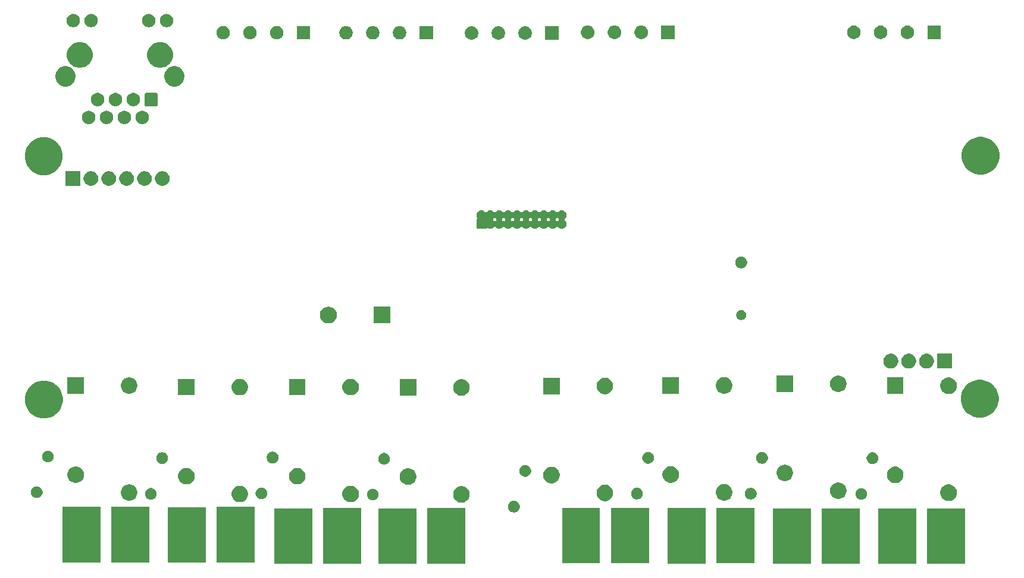
<source format=gbs>
G04 #@! TF.GenerationSoftware,KiCad,Pcbnew,5.1.6-c6e7f7d~87~ubuntu20.04.1*
G04 #@! TF.CreationDate,2020-09-15T10:48:53+07:00*
G04 #@! TF.ProjectId,pas-hw,7061732d-6877-42e6-9b69-6361645f7063,rev?*
G04 #@! TF.SameCoordinates,Original*
G04 #@! TF.FileFunction,Soldermask,Bot*
G04 #@! TF.FilePolarity,Negative*
%FSLAX46Y46*%
G04 Gerber Fmt 4.6, Leading zero omitted, Abs format (unit mm)*
G04 Created by KiCad (PCBNEW 5.1.6-c6e7f7d~87~ubuntu20.04.1) date 2020-09-15 10:48:53*
%MOMM*%
%LPD*%
G01*
G04 APERTURE LIST*
%ADD10C,0.100000*%
G04 APERTURE END LIST*
D10*
G36*
X165610000Y-124710000D02*
G01*
X160210000Y-124710000D01*
X160210000Y-116810000D01*
X165610000Y-116810000D01*
X165610000Y-124710000D01*
G37*
G36*
X150610000Y-124700000D02*
G01*
X145210000Y-124700000D01*
X145210000Y-116800000D01*
X150610000Y-116800000D01*
X150610000Y-124700000D01*
G37*
G36*
X172560000Y-124690000D02*
G01*
X167160000Y-124690000D01*
X167160000Y-116790000D01*
X172560000Y-116790000D01*
X172560000Y-124690000D01*
G37*
G36*
X79650000Y-124690000D02*
G01*
X74250000Y-124690000D01*
X74250000Y-116790000D01*
X79650000Y-116790000D01*
X79650000Y-124690000D01*
G37*
G36*
X94500000Y-124690000D02*
G01*
X89100000Y-124690000D01*
X89100000Y-116790000D01*
X94500000Y-116790000D01*
X94500000Y-124690000D01*
G37*
G36*
X157560000Y-124680000D02*
G01*
X152160000Y-124680000D01*
X152160000Y-116780000D01*
X157560000Y-116780000D01*
X157560000Y-124680000D01*
G37*
G36*
X86600000Y-124670000D02*
G01*
X81200000Y-124670000D01*
X81200000Y-116770000D01*
X86600000Y-116770000D01*
X86600000Y-124670000D01*
G37*
G36*
X101450000Y-124670000D02*
G01*
X96050000Y-124670000D01*
X96050000Y-116770000D01*
X101450000Y-116770000D01*
X101450000Y-124670000D01*
G37*
G36*
X135610000Y-124660000D02*
G01*
X130210000Y-124660000D01*
X130210000Y-116760000D01*
X135610000Y-116760000D01*
X135610000Y-124660000D01*
G37*
G36*
X142560000Y-124640000D02*
G01*
X137160000Y-124640000D01*
X137160000Y-116740000D01*
X142560000Y-116740000D01*
X142560000Y-124640000D01*
G37*
G36*
X120610000Y-124610000D02*
G01*
X115210000Y-124610000D01*
X115210000Y-116710000D01*
X120610000Y-116710000D01*
X120610000Y-124610000D01*
G37*
G36*
X127560000Y-124590000D02*
G01*
X122160000Y-124590000D01*
X122160000Y-116690000D01*
X127560000Y-116690000D01*
X127560000Y-124590000D01*
G37*
G36*
X64540000Y-124520000D02*
G01*
X59140000Y-124520000D01*
X59140000Y-116620000D01*
X64540000Y-116620000D01*
X64540000Y-124520000D01*
G37*
G36*
X71490000Y-124500000D02*
G01*
X66090000Y-124500000D01*
X66090000Y-116600000D01*
X71490000Y-116600000D01*
X71490000Y-124500000D01*
G37*
G36*
X49530000Y-124500000D02*
G01*
X44130000Y-124500000D01*
X44130000Y-116600000D01*
X49530000Y-116600000D01*
X49530000Y-124500000D01*
G37*
G36*
X56480000Y-124480000D02*
G01*
X51080000Y-124480000D01*
X51080000Y-116580000D01*
X56480000Y-116580000D01*
X56480000Y-124480000D01*
G37*
G36*
X108603559Y-115757088D02*
G01*
X108755519Y-115820032D01*
X108755521Y-115820033D01*
X108892281Y-115911413D01*
X109008587Y-116027719D01*
X109099968Y-116164481D01*
X109162912Y-116316441D01*
X109195000Y-116477758D01*
X109195000Y-116642242D01*
X109162912Y-116803559D01*
X109099968Y-116955519D01*
X109099967Y-116955521D01*
X109008587Y-117092281D01*
X108892281Y-117208587D01*
X108755521Y-117299967D01*
X108755520Y-117299968D01*
X108755519Y-117299968D01*
X108603559Y-117362912D01*
X108442242Y-117395000D01*
X108277758Y-117395000D01*
X108116441Y-117362912D01*
X107964481Y-117299968D01*
X107964480Y-117299968D01*
X107964479Y-117299967D01*
X107827719Y-117208587D01*
X107711413Y-117092281D01*
X107620033Y-116955521D01*
X107620032Y-116955519D01*
X107557088Y-116803559D01*
X107525000Y-116642242D01*
X107525000Y-116477758D01*
X107557088Y-116316441D01*
X107620032Y-116164481D01*
X107711413Y-116027719D01*
X107827719Y-115911413D01*
X107964479Y-115820033D01*
X107964481Y-115820032D01*
X108116441Y-115757088D01*
X108277758Y-115725000D01*
X108442242Y-115725000D01*
X108603559Y-115757088D01*
G37*
G36*
X101232734Y-113670154D02*
G01*
X101446569Y-113758728D01*
X101446571Y-113758729D01*
X101639019Y-113887318D01*
X101802682Y-114050981D01*
X101931271Y-114243429D01*
X101931272Y-114243431D01*
X102019846Y-114457266D01*
X102065000Y-114684271D01*
X102065000Y-114915729D01*
X102019846Y-115142734D01*
X101934578Y-115348587D01*
X101931271Y-115356571D01*
X101802682Y-115549019D01*
X101639019Y-115712682D01*
X101446571Y-115841271D01*
X101446570Y-115841272D01*
X101446569Y-115841272D01*
X101232734Y-115929846D01*
X101005729Y-115975000D01*
X100774271Y-115975000D01*
X100547266Y-115929846D01*
X100333431Y-115841272D01*
X100333430Y-115841272D01*
X100333429Y-115841271D01*
X100140981Y-115712682D01*
X99977318Y-115549019D01*
X99848729Y-115356571D01*
X99845422Y-115348587D01*
X99760154Y-115142734D01*
X99715000Y-114915729D01*
X99715000Y-114684271D01*
X99760154Y-114457266D01*
X99848728Y-114243431D01*
X99848729Y-114243429D01*
X99977318Y-114050981D01*
X100140981Y-113887318D01*
X100333429Y-113758729D01*
X100333431Y-113758728D01*
X100547266Y-113670154D01*
X100774271Y-113625000D01*
X101005729Y-113625000D01*
X101232734Y-113670154D01*
G37*
G36*
X69692734Y-113610154D02*
G01*
X69902612Y-113697089D01*
X69906571Y-113698729D01*
X70099019Y-113827318D01*
X70262682Y-113990981D01*
X70380471Y-114167266D01*
X70391272Y-114183431D01*
X70479846Y-114397266D01*
X70525000Y-114624271D01*
X70525000Y-114855729D01*
X70479846Y-115082734D01*
X70406826Y-115259018D01*
X70391271Y-115296571D01*
X70262682Y-115489019D01*
X70099019Y-115652682D01*
X69906571Y-115781271D01*
X69906570Y-115781272D01*
X69906569Y-115781272D01*
X69692734Y-115869846D01*
X69465729Y-115915000D01*
X69234271Y-115915000D01*
X69007266Y-115869846D01*
X68793431Y-115781272D01*
X68793430Y-115781272D01*
X68793429Y-115781271D01*
X68600981Y-115652682D01*
X68437318Y-115489019D01*
X68308729Y-115296571D01*
X68293174Y-115259018D01*
X68220154Y-115082734D01*
X68175000Y-114855729D01*
X68175000Y-114624271D01*
X68220154Y-114397266D01*
X68308728Y-114183431D01*
X68319529Y-114167266D01*
X68437318Y-113990981D01*
X68600981Y-113827318D01*
X68793429Y-113698729D01*
X68797388Y-113697089D01*
X69007266Y-113610154D01*
X69234271Y-113565000D01*
X69465729Y-113565000D01*
X69692734Y-113610154D01*
G37*
G36*
X85462734Y-113610154D02*
G01*
X85672612Y-113697089D01*
X85676571Y-113698729D01*
X85869019Y-113827318D01*
X86032682Y-113990981D01*
X86150471Y-114167266D01*
X86161272Y-114183431D01*
X86249846Y-114397266D01*
X86295000Y-114624271D01*
X86295000Y-114855729D01*
X86249846Y-115082734D01*
X86176826Y-115259018D01*
X86161271Y-115296571D01*
X86032682Y-115489019D01*
X85869019Y-115652682D01*
X85676571Y-115781271D01*
X85676570Y-115781272D01*
X85676569Y-115781272D01*
X85462734Y-115869846D01*
X85235729Y-115915000D01*
X85004271Y-115915000D01*
X84777266Y-115869846D01*
X84563431Y-115781272D01*
X84563430Y-115781272D01*
X84563429Y-115781271D01*
X84370981Y-115652682D01*
X84207318Y-115489019D01*
X84078729Y-115296571D01*
X84063174Y-115259018D01*
X83990154Y-115082734D01*
X83945000Y-114855729D01*
X83945000Y-114624271D01*
X83990154Y-114397266D01*
X84078728Y-114183431D01*
X84089529Y-114167266D01*
X84207318Y-113990981D01*
X84370981Y-113827318D01*
X84563429Y-113698729D01*
X84567388Y-113697089D01*
X84777266Y-113610154D01*
X85004271Y-113565000D01*
X85235729Y-113565000D01*
X85462734Y-113610154D01*
G37*
G36*
X121642734Y-113460154D02*
G01*
X121856569Y-113548728D01*
X121856571Y-113548729D01*
X122049019Y-113677318D01*
X122212682Y-113840981D01*
X122341271Y-114033429D01*
X122341272Y-114033431D01*
X122429846Y-114247266D01*
X122475000Y-114474271D01*
X122475000Y-114705729D01*
X122429846Y-114932734D01*
X122342860Y-115142735D01*
X122341271Y-115146571D01*
X122212682Y-115339019D01*
X122049019Y-115502682D01*
X121856571Y-115631271D01*
X121856570Y-115631272D01*
X121856569Y-115631272D01*
X121642734Y-115719846D01*
X121415729Y-115765000D01*
X121184271Y-115765000D01*
X120957266Y-115719846D01*
X120743431Y-115631272D01*
X120743430Y-115631272D01*
X120743429Y-115631271D01*
X120550981Y-115502682D01*
X120387318Y-115339019D01*
X120258729Y-115146571D01*
X120257140Y-115142735D01*
X120170154Y-114932734D01*
X120125000Y-114705729D01*
X120125000Y-114474271D01*
X120170154Y-114247266D01*
X120258728Y-114033431D01*
X120258729Y-114033429D01*
X120387318Y-113840981D01*
X120550981Y-113677318D01*
X120743429Y-113548729D01*
X120743431Y-113548728D01*
X120957266Y-113460154D01*
X121184271Y-113415000D01*
X121415729Y-113415000D01*
X121642734Y-113460154D01*
G37*
G36*
X170552734Y-113430154D02*
G01*
X170718287Y-113498729D01*
X170766571Y-113518729D01*
X170959019Y-113647318D01*
X171122682Y-113810981D01*
X171242954Y-113990982D01*
X171251272Y-114003431D01*
X171339846Y-114217266D01*
X171385000Y-114444271D01*
X171385000Y-114675729D01*
X171339846Y-114902734D01*
X171251272Y-115116569D01*
X171251271Y-115116571D01*
X171122682Y-115309019D01*
X170959019Y-115472682D01*
X170766571Y-115601271D01*
X170766570Y-115601272D01*
X170766569Y-115601272D01*
X170552734Y-115689846D01*
X170325729Y-115735000D01*
X170094271Y-115735000D01*
X169867266Y-115689846D01*
X169653431Y-115601272D01*
X169653430Y-115601272D01*
X169653429Y-115601271D01*
X169460981Y-115472682D01*
X169297318Y-115309019D01*
X169168729Y-115116571D01*
X169168728Y-115116569D01*
X169080154Y-114902734D01*
X169035000Y-114675729D01*
X169035000Y-114444271D01*
X169080154Y-114217266D01*
X169168728Y-114003431D01*
X169177046Y-113990982D01*
X169297318Y-113810981D01*
X169460981Y-113647318D01*
X169653429Y-113518729D01*
X169701713Y-113498729D01*
X169867266Y-113430154D01*
X170094271Y-113385000D01*
X170325729Y-113385000D01*
X170552734Y-113430154D01*
G37*
G36*
X53942734Y-113410154D02*
G01*
X54156569Y-113498728D01*
X54156571Y-113498729D01*
X54349019Y-113627318D01*
X54512682Y-113790981D01*
X54625638Y-113960033D01*
X54641272Y-113983431D01*
X54729846Y-114197266D01*
X54775000Y-114424271D01*
X54775000Y-114655729D01*
X54729846Y-114882734D01*
X54647002Y-115082735D01*
X54641271Y-115096571D01*
X54512682Y-115289019D01*
X54349019Y-115452682D01*
X54156571Y-115581271D01*
X54156570Y-115581272D01*
X54156569Y-115581272D01*
X53942734Y-115669846D01*
X53715729Y-115715000D01*
X53484271Y-115715000D01*
X53257266Y-115669846D01*
X53043431Y-115581272D01*
X53043430Y-115581272D01*
X53043429Y-115581271D01*
X52850981Y-115452682D01*
X52687318Y-115289019D01*
X52558729Y-115096571D01*
X52552998Y-115082735D01*
X52470154Y-114882734D01*
X52425000Y-114655729D01*
X52425000Y-114424271D01*
X52470154Y-114197266D01*
X52558728Y-113983431D01*
X52574362Y-113960033D01*
X52687318Y-113790981D01*
X52850981Y-113627318D01*
X53043429Y-113498729D01*
X53043431Y-113498728D01*
X53257266Y-113410154D01*
X53484271Y-113365000D01*
X53715729Y-113365000D01*
X53942734Y-113410154D01*
G37*
G36*
X138622734Y-113380154D02*
G01*
X138815872Y-113460155D01*
X138836571Y-113468729D01*
X139029019Y-113597318D01*
X139192682Y-113760981D01*
X139310352Y-113937088D01*
X139321272Y-113953431D01*
X139409846Y-114167266D01*
X139455000Y-114394271D01*
X139455000Y-114625729D01*
X139409846Y-114852734D01*
X139329991Y-115045519D01*
X139321271Y-115066571D01*
X139192682Y-115259019D01*
X139029019Y-115422682D01*
X138836571Y-115551271D01*
X138836570Y-115551272D01*
X138836569Y-115551272D01*
X138622734Y-115639846D01*
X138395729Y-115685000D01*
X138164271Y-115685000D01*
X137937266Y-115639846D01*
X137723431Y-115551272D01*
X137723430Y-115551272D01*
X137723429Y-115551271D01*
X137530981Y-115422682D01*
X137367318Y-115259019D01*
X137238729Y-115066571D01*
X137230009Y-115045519D01*
X137150154Y-114852734D01*
X137105000Y-114625729D01*
X137105000Y-114394271D01*
X137150154Y-114167266D01*
X137238728Y-113953431D01*
X137249648Y-113937088D01*
X137367318Y-113760981D01*
X137530981Y-113597318D01*
X137723429Y-113468729D01*
X137744128Y-113460155D01*
X137937266Y-113380154D01*
X138164271Y-113335000D01*
X138395729Y-113335000D01*
X138622734Y-113380154D01*
G37*
G36*
X88523559Y-114027088D02*
G01*
X88675519Y-114090032D01*
X88675521Y-114090033D01*
X88812281Y-114181413D01*
X88928587Y-114297719D01*
X89013148Y-114424273D01*
X89019968Y-114434481D01*
X89082912Y-114586441D01*
X89115000Y-114747758D01*
X89115000Y-114912242D01*
X89082912Y-115073559D01*
X89021309Y-115222281D01*
X89019967Y-115225521D01*
X88928587Y-115362281D01*
X88812281Y-115478587D01*
X88675521Y-115569967D01*
X88675520Y-115569968D01*
X88675519Y-115569968D01*
X88523559Y-115632912D01*
X88362242Y-115665000D01*
X88197758Y-115665000D01*
X88036441Y-115632912D01*
X87884481Y-115569968D01*
X87884480Y-115569968D01*
X87884479Y-115569967D01*
X87747719Y-115478587D01*
X87631413Y-115362281D01*
X87540033Y-115225521D01*
X87538691Y-115222281D01*
X87477088Y-115073559D01*
X87445000Y-114912242D01*
X87445000Y-114747758D01*
X87477088Y-114586441D01*
X87540032Y-114434481D01*
X87546853Y-114424273D01*
X87631413Y-114297719D01*
X87747719Y-114181413D01*
X87884479Y-114090033D01*
X87884481Y-114090032D01*
X88036441Y-114027088D01*
X88197758Y-113995000D01*
X88362242Y-113995000D01*
X88523559Y-114027088D01*
G37*
G36*
X158023559Y-113937088D02*
G01*
X158175519Y-114000032D01*
X158175521Y-114000033D01*
X158312281Y-114091413D01*
X158428587Y-114207719D01*
X158509946Y-114329481D01*
X158519968Y-114344481D01*
X158582912Y-114496441D01*
X158615000Y-114657758D01*
X158615000Y-114822242D01*
X158582912Y-114983559D01*
X158526181Y-115120519D01*
X158519967Y-115135521D01*
X158428587Y-115272281D01*
X158312281Y-115388587D01*
X158175521Y-115479967D01*
X158175520Y-115479968D01*
X158175519Y-115479968D01*
X158023559Y-115542912D01*
X157862242Y-115575000D01*
X157697758Y-115575000D01*
X157536441Y-115542912D01*
X157384481Y-115479968D01*
X157384480Y-115479968D01*
X157384479Y-115479967D01*
X157247719Y-115388587D01*
X157131413Y-115272281D01*
X157040033Y-115135521D01*
X157033819Y-115120519D01*
X156977088Y-114983559D01*
X156945000Y-114822242D01*
X156945000Y-114657758D01*
X156977088Y-114496441D01*
X157040032Y-114344481D01*
X157050055Y-114329481D01*
X157131413Y-114207719D01*
X157247719Y-114091413D01*
X157384479Y-114000033D01*
X157384481Y-114000032D01*
X157536441Y-113937088D01*
X157697758Y-113905000D01*
X157862242Y-113905000D01*
X158023559Y-113937088D01*
G37*
G36*
X56943559Y-113922088D02*
G01*
X57095519Y-113985032D01*
X57095521Y-113985033D01*
X57232281Y-114076413D01*
X57348587Y-114192719D01*
X57423263Y-114304479D01*
X57439968Y-114329481D01*
X57502912Y-114481441D01*
X57535000Y-114642758D01*
X57535000Y-114807242D01*
X57502912Y-114968559D01*
X57441604Y-115116569D01*
X57439967Y-115120521D01*
X57348587Y-115257281D01*
X57232281Y-115373587D01*
X57095521Y-115464967D01*
X57095520Y-115464968D01*
X57095519Y-115464968D01*
X56943559Y-115527912D01*
X56782242Y-115560000D01*
X56617758Y-115560000D01*
X56456441Y-115527912D01*
X56304481Y-115464968D01*
X56304480Y-115464968D01*
X56304479Y-115464967D01*
X56167719Y-115373587D01*
X56051413Y-115257281D01*
X55960033Y-115120521D01*
X55958396Y-115116569D01*
X55897088Y-114968559D01*
X55865000Y-114807242D01*
X55865000Y-114642758D01*
X55897088Y-114481441D01*
X55960032Y-114329481D01*
X55976738Y-114304479D01*
X56051413Y-114192719D01*
X56167719Y-114076413D01*
X56304479Y-113985033D01*
X56304481Y-113985032D01*
X56456441Y-113922088D01*
X56617758Y-113890000D01*
X56782242Y-113890000D01*
X56943559Y-113922088D01*
G37*
G36*
X142303559Y-113897088D02*
G01*
X142455519Y-113960032D01*
X142455521Y-113960033D01*
X142592281Y-114051413D01*
X142708587Y-114167719D01*
X142793287Y-114294481D01*
X142799968Y-114304481D01*
X142862912Y-114456441D01*
X142895000Y-114617758D01*
X142895000Y-114782242D01*
X142862912Y-114943559D01*
X142805264Y-115082734D01*
X142799967Y-115095521D01*
X142708587Y-115232281D01*
X142592281Y-115348587D01*
X142455521Y-115439967D01*
X142455520Y-115439968D01*
X142455519Y-115439968D01*
X142303559Y-115502912D01*
X142142242Y-115535000D01*
X141977758Y-115535000D01*
X141816441Y-115502912D01*
X141664481Y-115439968D01*
X141664480Y-115439968D01*
X141664479Y-115439967D01*
X141527719Y-115348587D01*
X141411413Y-115232281D01*
X141320033Y-115095521D01*
X141314736Y-115082734D01*
X141257088Y-114943559D01*
X141225000Y-114782242D01*
X141225000Y-114617758D01*
X141257088Y-114456441D01*
X141320032Y-114304481D01*
X141326714Y-114294481D01*
X141411413Y-114167719D01*
X141527719Y-114051413D01*
X141664479Y-113960033D01*
X141664481Y-113960032D01*
X141816441Y-113897088D01*
X141977758Y-113865000D01*
X142142242Y-113865000D01*
X142303559Y-113897088D01*
G37*
G36*
X126103559Y-113887088D02*
G01*
X126255519Y-113950032D01*
X126255521Y-113950033D01*
X126392281Y-114041413D01*
X126508587Y-114157719D01*
X126568420Y-114247265D01*
X126599968Y-114294481D01*
X126662912Y-114446441D01*
X126695000Y-114607758D01*
X126695000Y-114772242D01*
X126662912Y-114933559D01*
X126601121Y-115082735D01*
X126599967Y-115085521D01*
X126508587Y-115222281D01*
X126392281Y-115338587D01*
X126255521Y-115429967D01*
X126255520Y-115429968D01*
X126255519Y-115429968D01*
X126103559Y-115492912D01*
X125942242Y-115525000D01*
X125777758Y-115525000D01*
X125616441Y-115492912D01*
X125464481Y-115429968D01*
X125464480Y-115429968D01*
X125464479Y-115429967D01*
X125327719Y-115338587D01*
X125211413Y-115222281D01*
X125120033Y-115085521D01*
X125118879Y-115082735D01*
X125057088Y-114933559D01*
X125025000Y-114772242D01*
X125025000Y-114607758D01*
X125057088Y-114446441D01*
X125120032Y-114294481D01*
X125151581Y-114247265D01*
X125211413Y-114157719D01*
X125327719Y-114041413D01*
X125464479Y-113950033D01*
X125464481Y-113950032D01*
X125616441Y-113887088D01*
X125777758Y-113855000D01*
X125942242Y-113855000D01*
X126103559Y-113887088D01*
G37*
G36*
X72663559Y-113847088D02*
G01*
X72815519Y-113910032D01*
X72815521Y-113910033D01*
X72952281Y-114001413D01*
X73068587Y-114117719D01*
X73155147Y-114247265D01*
X73159968Y-114254481D01*
X73222912Y-114406441D01*
X73255000Y-114567758D01*
X73255000Y-114732242D01*
X73222912Y-114893559D01*
X73165451Y-115032281D01*
X73159967Y-115045521D01*
X73068587Y-115182281D01*
X72952281Y-115298587D01*
X72815521Y-115389967D01*
X72815520Y-115389968D01*
X72815519Y-115389968D01*
X72663559Y-115452912D01*
X72502242Y-115485000D01*
X72337758Y-115485000D01*
X72176441Y-115452912D01*
X72024481Y-115389968D01*
X72024480Y-115389968D01*
X72024479Y-115389967D01*
X71887719Y-115298587D01*
X71771413Y-115182281D01*
X71680033Y-115045521D01*
X71674549Y-115032281D01*
X71617088Y-114893559D01*
X71585000Y-114732242D01*
X71585000Y-114567758D01*
X71617088Y-114406441D01*
X71680032Y-114254481D01*
X71684854Y-114247265D01*
X71771413Y-114117719D01*
X71887719Y-114001413D01*
X72024479Y-113910033D01*
X72024481Y-113910032D01*
X72176441Y-113847088D01*
X72337758Y-113815000D01*
X72502242Y-113815000D01*
X72663559Y-113847088D01*
G37*
G36*
X154852734Y-113140154D02*
G01*
X155066569Y-113228728D01*
X155066571Y-113228729D01*
X155259019Y-113357318D01*
X155422682Y-113520981D01*
X155551271Y-113713429D01*
X155551272Y-113713431D01*
X155639846Y-113927266D01*
X155685000Y-114154271D01*
X155685000Y-114385729D01*
X155639846Y-114612734D01*
X155553065Y-114822240D01*
X155551271Y-114826571D01*
X155422682Y-115019019D01*
X155259019Y-115182682D01*
X155066571Y-115311271D01*
X155066570Y-115311272D01*
X155066569Y-115311272D01*
X154852734Y-115399846D01*
X154625729Y-115445000D01*
X154394271Y-115445000D01*
X154167266Y-115399846D01*
X153953431Y-115311272D01*
X153953430Y-115311272D01*
X153953429Y-115311271D01*
X153760981Y-115182682D01*
X153597318Y-115019019D01*
X153468729Y-114826571D01*
X153466935Y-114822240D01*
X153380154Y-114612734D01*
X153335000Y-114385729D01*
X153335000Y-114154271D01*
X153380154Y-113927266D01*
X153468728Y-113713431D01*
X153468729Y-113713429D01*
X153597318Y-113520981D01*
X153760981Y-113357318D01*
X153953429Y-113228729D01*
X153953431Y-113228728D01*
X154167266Y-113140154D01*
X154394271Y-113095000D01*
X154625729Y-113095000D01*
X154852734Y-113140154D01*
G37*
G36*
X40693559Y-113697088D02*
G01*
X40842373Y-113758729D01*
X40845521Y-113760033D01*
X40982281Y-113851413D01*
X41098587Y-113967719D01*
X41181237Y-114091413D01*
X41189968Y-114104481D01*
X41252912Y-114256441D01*
X41285000Y-114417758D01*
X41285000Y-114582242D01*
X41252912Y-114743559D01*
X41195264Y-114882734D01*
X41189967Y-114895521D01*
X41098587Y-115032281D01*
X40982281Y-115148587D01*
X40845521Y-115239967D01*
X40845520Y-115239968D01*
X40845519Y-115239968D01*
X40693559Y-115302912D01*
X40532242Y-115335000D01*
X40367758Y-115335000D01*
X40206441Y-115302912D01*
X40054481Y-115239968D01*
X40054480Y-115239968D01*
X40054479Y-115239967D01*
X39917719Y-115148587D01*
X39801413Y-115032281D01*
X39710033Y-114895521D01*
X39704736Y-114882734D01*
X39647088Y-114743559D01*
X39615000Y-114582242D01*
X39615000Y-114417758D01*
X39647088Y-114256441D01*
X39710032Y-114104481D01*
X39718764Y-114091413D01*
X39801413Y-113967719D01*
X39917719Y-113851413D01*
X40054479Y-113760033D01*
X40057627Y-113758729D01*
X40206441Y-113697088D01*
X40367758Y-113665000D01*
X40532242Y-113665000D01*
X40693559Y-113697088D01*
G37*
G36*
X93632734Y-111130154D02*
G01*
X93846569Y-111218728D01*
X93846571Y-111218729D01*
X94039019Y-111347318D01*
X94202682Y-111510981D01*
X94331271Y-111703429D01*
X94331272Y-111703431D01*
X94419846Y-111917266D01*
X94465000Y-112144271D01*
X94465000Y-112375729D01*
X94419846Y-112602734D01*
X94331272Y-112816569D01*
X94331271Y-112816571D01*
X94202682Y-113009019D01*
X94039019Y-113172682D01*
X93846571Y-113301271D01*
X93846570Y-113301272D01*
X93846569Y-113301272D01*
X93632734Y-113389846D01*
X93405729Y-113435000D01*
X93174271Y-113435000D01*
X92947266Y-113389846D01*
X92733431Y-113301272D01*
X92733430Y-113301272D01*
X92733429Y-113301271D01*
X92540981Y-113172682D01*
X92377318Y-113009019D01*
X92248729Y-112816571D01*
X92248728Y-112816569D01*
X92160154Y-112602734D01*
X92115000Y-112375729D01*
X92115000Y-112144271D01*
X92160154Y-111917266D01*
X92248728Y-111703431D01*
X92248729Y-111703429D01*
X92377318Y-111510981D01*
X92540981Y-111347318D01*
X92733429Y-111218729D01*
X92733431Y-111218728D01*
X92947266Y-111130154D01*
X93174271Y-111085000D01*
X93405729Y-111085000D01*
X93632734Y-111130154D01*
G37*
G36*
X62092734Y-111070154D02*
G01*
X62306569Y-111158728D01*
X62306571Y-111158729D01*
X62499019Y-111287318D01*
X62662682Y-111450981D01*
X62780471Y-111627266D01*
X62791272Y-111643431D01*
X62879846Y-111857266D01*
X62925000Y-112084271D01*
X62925000Y-112315729D01*
X62879846Y-112542734D01*
X62806826Y-112719018D01*
X62791271Y-112756571D01*
X62662682Y-112949019D01*
X62499019Y-113112682D01*
X62306571Y-113241271D01*
X62306570Y-113241272D01*
X62306569Y-113241272D01*
X62092734Y-113329846D01*
X61865729Y-113375000D01*
X61634271Y-113375000D01*
X61407266Y-113329846D01*
X61193431Y-113241272D01*
X61193430Y-113241272D01*
X61193429Y-113241271D01*
X61000981Y-113112682D01*
X60837318Y-112949019D01*
X60708729Y-112756571D01*
X60693174Y-112719018D01*
X60620154Y-112542734D01*
X60575000Y-112315729D01*
X60575000Y-112084271D01*
X60620154Y-111857266D01*
X60708728Y-111643431D01*
X60719529Y-111627266D01*
X60837318Y-111450981D01*
X61000981Y-111287318D01*
X61193429Y-111158729D01*
X61193431Y-111158728D01*
X61407266Y-111070154D01*
X61634271Y-111025000D01*
X61865729Y-111025000D01*
X62092734Y-111070154D01*
G37*
G36*
X77862734Y-111070154D02*
G01*
X78076569Y-111158728D01*
X78076571Y-111158729D01*
X78269019Y-111287318D01*
X78432682Y-111450981D01*
X78550471Y-111627266D01*
X78561272Y-111643431D01*
X78649846Y-111857266D01*
X78695000Y-112084271D01*
X78695000Y-112315729D01*
X78649846Y-112542734D01*
X78576826Y-112719018D01*
X78561271Y-112756571D01*
X78432682Y-112949019D01*
X78269019Y-113112682D01*
X78076571Y-113241271D01*
X78076570Y-113241272D01*
X78076569Y-113241272D01*
X77862734Y-113329846D01*
X77635729Y-113375000D01*
X77404271Y-113375000D01*
X77177266Y-113329846D01*
X76963431Y-113241272D01*
X76963430Y-113241272D01*
X76963429Y-113241271D01*
X76770981Y-113112682D01*
X76607318Y-112949019D01*
X76478729Y-112756571D01*
X76463174Y-112719018D01*
X76390154Y-112542734D01*
X76345000Y-112315729D01*
X76345000Y-112084271D01*
X76390154Y-111857266D01*
X76478728Y-111643431D01*
X76489529Y-111627266D01*
X76607318Y-111450981D01*
X76770981Y-111287318D01*
X76963429Y-111158729D01*
X76963431Y-111158728D01*
X77177266Y-111070154D01*
X77404271Y-111025000D01*
X77635729Y-111025000D01*
X77862734Y-111070154D01*
G37*
G36*
X114042734Y-110920154D02*
G01*
X114256569Y-111008728D01*
X114256571Y-111008729D01*
X114449019Y-111137318D01*
X114612682Y-111300981D01*
X114721227Y-111463431D01*
X114741272Y-111493431D01*
X114829846Y-111707266D01*
X114875000Y-111934271D01*
X114875000Y-112165729D01*
X114829846Y-112392734D01*
X114742860Y-112602735D01*
X114741271Y-112606571D01*
X114612682Y-112799019D01*
X114449019Y-112962682D01*
X114256571Y-113091271D01*
X114256570Y-113091272D01*
X114256569Y-113091272D01*
X114042734Y-113179846D01*
X113815729Y-113225000D01*
X113584271Y-113225000D01*
X113357266Y-113179846D01*
X113143431Y-113091272D01*
X113143430Y-113091272D01*
X113143429Y-113091271D01*
X112950981Y-112962682D01*
X112787318Y-112799019D01*
X112658729Y-112606571D01*
X112657140Y-112602735D01*
X112570154Y-112392734D01*
X112525000Y-112165729D01*
X112525000Y-111934271D01*
X112570154Y-111707266D01*
X112658728Y-111493431D01*
X112678773Y-111463431D01*
X112787318Y-111300981D01*
X112950981Y-111137318D01*
X113143429Y-111008729D01*
X113143431Y-111008728D01*
X113357266Y-110920154D01*
X113584271Y-110875000D01*
X113815729Y-110875000D01*
X114042734Y-110920154D01*
G37*
G36*
X162952734Y-110890154D02*
G01*
X163118287Y-110958729D01*
X163166571Y-110978729D01*
X163359019Y-111107318D01*
X163522682Y-111270981D01*
X163642954Y-111450982D01*
X163651272Y-111463431D01*
X163739846Y-111677266D01*
X163785000Y-111904271D01*
X163785000Y-112135729D01*
X163739846Y-112362734D01*
X163651272Y-112576569D01*
X163651271Y-112576571D01*
X163522682Y-112769019D01*
X163359019Y-112932682D01*
X163166571Y-113061271D01*
X163166570Y-113061272D01*
X163166569Y-113061272D01*
X162952734Y-113149846D01*
X162725729Y-113195000D01*
X162494271Y-113195000D01*
X162267266Y-113149846D01*
X162053431Y-113061272D01*
X162053430Y-113061272D01*
X162053429Y-113061271D01*
X161860981Y-112932682D01*
X161697318Y-112769019D01*
X161568729Y-112576571D01*
X161568728Y-112576569D01*
X161480154Y-112362734D01*
X161435000Y-112135729D01*
X161435000Y-111904271D01*
X161480154Y-111677266D01*
X161568728Y-111463431D01*
X161577046Y-111450982D01*
X161697318Y-111270981D01*
X161860981Y-111107318D01*
X162053429Y-110978729D01*
X162101713Y-110958729D01*
X162267266Y-110890154D01*
X162494271Y-110845000D01*
X162725729Y-110845000D01*
X162952734Y-110890154D01*
G37*
G36*
X46342734Y-110870154D02*
G01*
X46556569Y-110958728D01*
X46556571Y-110958729D01*
X46749019Y-111087318D01*
X46912682Y-111250981D01*
X47021227Y-111413431D01*
X47041272Y-111443431D01*
X47129846Y-111657266D01*
X47175000Y-111884271D01*
X47175000Y-112115729D01*
X47129846Y-112342734D01*
X47047002Y-112542735D01*
X47041271Y-112556571D01*
X46912682Y-112749019D01*
X46749019Y-112912682D01*
X46556571Y-113041271D01*
X46556570Y-113041272D01*
X46556569Y-113041272D01*
X46342734Y-113129846D01*
X46115729Y-113175000D01*
X45884271Y-113175000D01*
X45657266Y-113129846D01*
X45443431Y-113041272D01*
X45443430Y-113041272D01*
X45443429Y-113041271D01*
X45250981Y-112912682D01*
X45087318Y-112749019D01*
X44958729Y-112556571D01*
X44952998Y-112542735D01*
X44870154Y-112342734D01*
X44825000Y-112115729D01*
X44825000Y-111884271D01*
X44870154Y-111657266D01*
X44958728Y-111443431D01*
X44978773Y-111413431D01*
X45087318Y-111250981D01*
X45250981Y-111087318D01*
X45443429Y-110958729D01*
X45443431Y-110958728D01*
X45657266Y-110870154D01*
X45884271Y-110825000D01*
X46115729Y-110825000D01*
X46342734Y-110870154D01*
G37*
G36*
X131022734Y-110840154D02*
G01*
X131215872Y-110920155D01*
X131236571Y-110928729D01*
X131429019Y-111057318D01*
X131592682Y-111220981D01*
X131721271Y-111413429D01*
X131721272Y-111413431D01*
X131809846Y-111627266D01*
X131855000Y-111854271D01*
X131855000Y-112085729D01*
X131809846Y-112312734D01*
X131776708Y-112392735D01*
X131721271Y-112526571D01*
X131592682Y-112719019D01*
X131429019Y-112882682D01*
X131236571Y-113011271D01*
X131236570Y-113011272D01*
X131236569Y-113011272D01*
X131022734Y-113099846D01*
X130795729Y-113145000D01*
X130564271Y-113145000D01*
X130337266Y-113099846D01*
X130123431Y-113011272D01*
X130123430Y-113011272D01*
X130123429Y-113011271D01*
X129930981Y-112882682D01*
X129767318Y-112719019D01*
X129638729Y-112526571D01*
X129583292Y-112392735D01*
X129550154Y-112312734D01*
X129505000Y-112085729D01*
X129505000Y-111854271D01*
X129550154Y-111627266D01*
X129638728Y-111413431D01*
X129638729Y-111413429D01*
X129767318Y-111220981D01*
X129930981Y-111057318D01*
X130123429Y-110928729D01*
X130144128Y-110920155D01*
X130337266Y-110840154D01*
X130564271Y-110795000D01*
X130795729Y-110795000D01*
X131022734Y-110840154D01*
G37*
G36*
X147252734Y-110600154D02*
G01*
X147466569Y-110688728D01*
X147466571Y-110688729D01*
X147659019Y-110817318D01*
X147822682Y-110980981D01*
X147951271Y-111173429D01*
X147951272Y-111173431D01*
X148039846Y-111387266D01*
X148085000Y-111614271D01*
X148085000Y-111845729D01*
X148039846Y-112072734D01*
X147961071Y-112262912D01*
X147951271Y-112286571D01*
X147822682Y-112479019D01*
X147659019Y-112642682D01*
X147466571Y-112771271D01*
X147466570Y-112771272D01*
X147466569Y-112771272D01*
X147252734Y-112859846D01*
X147025729Y-112905000D01*
X146794271Y-112905000D01*
X146567266Y-112859846D01*
X146353431Y-112771272D01*
X146353430Y-112771272D01*
X146353429Y-112771271D01*
X146160981Y-112642682D01*
X145997318Y-112479019D01*
X145868729Y-112286571D01*
X145858929Y-112262912D01*
X145780154Y-112072734D01*
X145735000Y-111845729D01*
X145735000Y-111614271D01*
X145780154Y-111387266D01*
X145868728Y-111173431D01*
X145868729Y-111173429D01*
X145997318Y-110980981D01*
X146160981Y-110817318D01*
X146353429Y-110688729D01*
X146353431Y-110688728D01*
X146567266Y-110600154D01*
X146794271Y-110555000D01*
X147025729Y-110555000D01*
X147252734Y-110600154D01*
G37*
G36*
X110203559Y-110657088D02*
G01*
X110355519Y-110720032D01*
X110355521Y-110720033D01*
X110492281Y-110811413D01*
X110608587Y-110927719D01*
X110629307Y-110958728D01*
X110699968Y-111064481D01*
X110762912Y-111216441D01*
X110795000Y-111377758D01*
X110795000Y-111542242D01*
X110762912Y-111703559D01*
X110704024Y-111845727D01*
X110699967Y-111855521D01*
X110608587Y-111992281D01*
X110492281Y-112108587D01*
X110355521Y-112199967D01*
X110355520Y-112199968D01*
X110355519Y-112199968D01*
X110203559Y-112262912D01*
X110042242Y-112295000D01*
X109877758Y-112295000D01*
X109716441Y-112262912D01*
X109564481Y-112199968D01*
X109564480Y-112199968D01*
X109564479Y-112199967D01*
X109427719Y-112108587D01*
X109311413Y-111992281D01*
X109220033Y-111855521D01*
X109215976Y-111845727D01*
X109157088Y-111703559D01*
X109125000Y-111542242D01*
X109125000Y-111377758D01*
X109157088Y-111216441D01*
X109220032Y-111064481D01*
X109290694Y-110958728D01*
X109311413Y-110927719D01*
X109427719Y-110811413D01*
X109564479Y-110720033D01*
X109564481Y-110720032D01*
X109716441Y-110657088D01*
X109877758Y-110625000D01*
X110042242Y-110625000D01*
X110203559Y-110657088D01*
G37*
G36*
X90123559Y-108927088D02*
G01*
X90275519Y-108990032D01*
X90275521Y-108990033D01*
X90412281Y-109081413D01*
X90528587Y-109197719D01*
X90608796Y-109317760D01*
X90619968Y-109334481D01*
X90682912Y-109486441D01*
X90715000Y-109647758D01*
X90715000Y-109812242D01*
X90682912Y-109973559D01*
X90657247Y-110035519D01*
X90619967Y-110125521D01*
X90528587Y-110262281D01*
X90412281Y-110378587D01*
X90275521Y-110469967D01*
X90275520Y-110469968D01*
X90275519Y-110469968D01*
X90123559Y-110532912D01*
X89962242Y-110565000D01*
X89797758Y-110565000D01*
X89636441Y-110532912D01*
X89484481Y-110469968D01*
X89484480Y-110469968D01*
X89484479Y-110469967D01*
X89347719Y-110378587D01*
X89231413Y-110262281D01*
X89140033Y-110125521D01*
X89102753Y-110035519D01*
X89077088Y-109973559D01*
X89045000Y-109812242D01*
X89045000Y-109647758D01*
X89077088Y-109486441D01*
X89140032Y-109334481D01*
X89151205Y-109317760D01*
X89231413Y-109197719D01*
X89347719Y-109081413D01*
X89484479Y-108990033D01*
X89484481Y-108990032D01*
X89636441Y-108927088D01*
X89797758Y-108895000D01*
X89962242Y-108895000D01*
X90123559Y-108927088D01*
G37*
G36*
X159623559Y-108837088D02*
G01*
X159775519Y-108900032D01*
X159775521Y-108900033D01*
X159912281Y-108991413D01*
X160028587Y-109107719D01*
X160109946Y-109229481D01*
X160119968Y-109244481D01*
X160182912Y-109396441D01*
X160215000Y-109557758D01*
X160215000Y-109722242D01*
X160182912Y-109883559D01*
X160126181Y-110020519D01*
X160119967Y-110035521D01*
X160028587Y-110172281D01*
X159912281Y-110288587D01*
X159775521Y-110379967D01*
X159775520Y-110379968D01*
X159775519Y-110379968D01*
X159623559Y-110442912D01*
X159462242Y-110475000D01*
X159297758Y-110475000D01*
X159136441Y-110442912D01*
X158984481Y-110379968D01*
X158984480Y-110379968D01*
X158984479Y-110379967D01*
X158847719Y-110288587D01*
X158731413Y-110172281D01*
X158640033Y-110035521D01*
X158633819Y-110020519D01*
X158577088Y-109883559D01*
X158545000Y-109722242D01*
X158545000Y-109557758D01*
X158577088Y-109396441D01*
X158640032Y-109244481D01*
X158650055Y-109229481D01*
X158731413Y-109107719D01*
X158847719Y-108991413D01*
X158984479Y-108900033D01*
X158984481Y-108900032D01*
X159136441Y-108837088D01*
X159297758Y-108805000D01*
X159462242Y-108805000D01*
X159623559Y-108837088D01*
G37*
G36*
X58543559Y-108822088D02*
G01*
X58695519Y-108885032D01*
X58695521Y-108885033D01*
X58832281Y-108976413D01*
X58948587Y-109092719D01*
X59023263Y-109204479D01*
X59039968Y-109229481D01*
X59102912Y-109381441D01*
X59135000Y-109542758D01*
X59135000Y-109707242D01*
X59102912Y-109868559D01*
X59039968Y-110020519D01*
X59039967Y-110020521D01*
X58948587Y-110157281D01*
X58832281Y-110273587D01*
X58695521Y-110364967D01*
X58695520Y-110364968D01*
X58695519Y-110364968D01*
X58543559Y-110427912D01*
X58382242Y-110460000D01*
X58217758Y-110460000D01*
X58056441Y-110427912D01*
X57904481Y-110364968D01*
X57904480Y-110364968D01*
X57904479Y-110364967D01*
X57767719Y-110273587D01*
X57651413Y-110157281D01*
X57560033Y-110020521D01*
X57560032Y-110020519D01*
X57497088Y-109868559D01*
X57465000Y-109707242D01*
X57465000Y-109542758D01*
X57497088Y-109381441D01*
X57560032Y-109229481D01*
X57576738Y-109204479D01*
X57651413Y-109092719D01*
X57767719Y-108976413D01*
X57904479Y-108885033D01*
X57904481Y-108885032D01*
X58056441Y-108822088D01*
X58217758Y-108790000D01*
X58382242Y-108790000D01*
X58543559Y-108822088D01*
G37*
G36*
X143903559Y-108797088D02*
G01*
X144031379Y-108850033D01*
X144055521Y-108860033D01*
X144192281Y-108951413D01*
X144308587Y-109067719D01*
X144393287Y-109194481D01*
X144399968Y-109204481D01*
X144462912Y-109356441D01*
X144495000Y-109517758D01*
X144495000Y-109682242D01*
X144462912Y-109843559D01*
X144404110Y-109985519D01*
X144399967Y-109995521D01*
X144308587Y-110132281D01*
X144192281Y-110248587D01*
X144055521Y-110339967D01*
X144055520Y-110339968D01*
X144055519Y-110339968D01*
X143903559Y-110402912D01*
X143742242Y-110435000D01*
X143577758Y-110435000D01*
X143416441Y-110402912D01*
X143264481Y-110339968D01*
X143264480Y-110339968D01*
X143264479Y-110339967D01*
X143127719Y-110248587D01*
X143011413Y-110132281D01*
X142920033Y-109995521D01*
X142915890Y-109985519D01*
X142857088Y-109843559D01*
X142825000Y-109682242D01*
X142825000Y-109517758D01*
X142857088Y-109356441D01*
X142920032Y-109204481D01*
X142926714Y-109194481D01*
X143011413Y-109067719D01*
X143127719Y-108951413D01*
X143264479Y-108860033D01*
X143288621Y-108850033D01*
X143416441Y-108797088D01*
X143577758Y-108765000D01*
X143742242Y-108765000D01*
X143903559Y-108797088D01*
G37*
G36*
X127703559Y-108787088D02*
G01*
X127855519Y-108850032D01*
X127855521Y-108850033D01*
X127970842Y-108927088D01*
X127992281Y-108941413D01*
X128108587Y-109057719D01*
X128199968Y-109194481D01*
X128262912Y-109346441D01*
X128295000Y-109507758D01*
X128295000Y-109672242D01*
X128262912Y-109833559D01*
X128199968Y-109985519D01*
X128199967Y-109985521D01*
X128108587Y-110122281D01*
X127992281Y-110238587D01*
X127855521Y-110329967D01*
X127855520Y-110329968D01*
X127855519Y-110329968D01*
X127703559Y-110392912D01*
X127542242Y-110425000D01*
X127377758Y-110425000D01*
X127216441Y-110392912D01*
X127064481Y-110329968D01*
X127064480Y-110329968D01*
X127064479Y-110329967D01*
X126927719Y-110238587D01*
X126811413Y-110122281D01*
X126720033Y-109985521D01*
X126720032Y-109985519D01*
X126657088Y-109833559D01*
X126625000Y-109672242D01*
X126625000Y-109507758D01*
X126657088Y-109346441D01*
X126720032Y-109194481D01*
X126811413Y-109057719D01*
X126927719Y-108941413D01*
X126949158Y-108927088D01*
X127064479Y-108850033D01*
X127064481Y-108850032D01*
X127216441Y-108787088D01*
X127377758Y-108755000D01*
X127542242Y-108755000D01*
X127703559Y-108787088D01*
G37*
G36*
X74263559Y-108747088D02*
G01*
X74415519Y-108810032D01*
X74415521Y-108810033D01*
X74542683Y-108895000D01*
X74552281Y-108901413D01*
X74668587Y-109017719D01*
X74759968Y-109154481D01*
X74822912Y-109306441D01*
X74855000Y-109467758D01*
X74855000Y-109632242D01*
X74822912Y-109793559D01*
X74785632Y-109883560D01*
X74759967Y-109945521D01*
X74668587Y-110082281D01*
X74552281Y-110198587D01*
X74415521Y-110289967D01*
X74415520Y-110289968D01*
X74415519Y-110289968D01*
X74263559Y-110352912D01*
X74102242Y-110385000D01*
X73937758Y-110385000D01*
X73776441Y-110352912D01*
X73624481Y-110289968D01*
X73624480Y-110289968D01*
X73624479Y-110289967D01*
X73487719Y-110198587D01*
X73371413Y-110082281D01*
X73280033Y-109945521D01*
X73254368Y-109883560D01*
X73217088Y-109793559D01*
X73185000Y-109632242D01*
X73185000Y-109467758D01*
X73217088Y-109306441D01*
X73280032Y-109154481D01*
X73371413Y-109017719D01*
X73487719Y-108901413D01*
X73497317Y-108895000D01*
X73624479Y-108810033D01*
X73624481Y-108810032D01*
X73776441Y-108747088D01*
X73937758Y-108715000D01*
X74102242Y-108715000D01*
X74263559Y-108747088D01*
G37*
G36*
X42293559Y-108597088D02*
G01*
X42445519Y-108660032D01*
X42445521Y-108660033D01*
X42582281Y-108751413D01*
X42698587Y-108867719D01*
X42781237Y-108991413D01*
X42789968Y-109004481D01*
X42852912Y-109156441D01*
X42885000Y-109317758D01*
X42885000Y-109482242D01*
X42852912Y-109643559D01*
X42820321Y-109722240D01*
X42789967Y-109795521D01*
X42698587Y-109932281D01*
X42582281Y-110048587D01*
X42445521Y-110139967D01*
X42445520Y-110139968D01*
X42445519Y-110139968D01*
X42293559Y-110202912D01*
X42132242Y-110235000D01*
X41967758Y-110235000D01*
X41806441Y-110202912D01*
X41654481Y-110139968D01*
X41654480Y-110139968D01*
X41654479Y-110139967D01*
X41517719Y-110048587D01*
X41401413Y-109932281D01*
X41310033Y-109795521D01*
X41279679Y-109722240D01*
X41247088Y-109643559D01*
X41215000Y-109482242D01*
X41215000Y-109317758D01*
X41247088Y-109156441D01*
X41310032Y-109004481D01*
X41318764Y-108991413D01*
X41401413Y-108867719D01*
X41517719Y-108751413D01*
X41654479Y-108660033D01*
X41654481Y-108660032D01*
X41806441Y-108597088D01*
X41967758Y-108565000D01*
X42132242Y-108565000D01*
X42293559Y-108597088D01*
G37*
G36*
X42262560Y-98678759D02*
G01*
X42753928Y-98882290D01*
X42753930Y-98882291D01*
X43196150Y-99177773D01*
X43572227Y-99553850D01*
X43832036Y-99942682D01*
X43867710Y-99996072D01*
X44071241Y-100487440D01*
X44175000Y-101009072D01*
X44175000Y-101540928D01*
X44071241Y-102062560D01*
X43867710Y-102553928D01*
X43867709Y-102553930D01*
X43572227Y-102996150D01*
X43196150Y-103372227D01*
X42753930Y-103667709D01*
X42753929Y-103667710D01*
X42753928Y-103667710D01*
X42262560Y-103871241D01*
X41740928Y-103975000D01*
X41209072Y-103975000D01*
X40687440Y-103871241D01*
X40196072Y-103667710D01*
X40196071Y-103667710D01*
X40196070Y-103667709D01*
X39753850Y-103372227D01*
X39377773Y-102996150D01*
X39082291Y-102553930D01*
X39082290Y-102553928D01*
X38878759Y-102062560D01*
X38775000Y-101540928D01*
X38775000Y-101009072D01*
X38878759Y-100487440D01*
X39082290Y-99996072D01*
X39117964Y-99942682D01*
X39377773Y-99553850D01*
X39753850Y-99177773D01*
X40196070Y-98882291D01*
X40196072Y-98882290D01*
X40687440Y-98678759D01*
X41209072Y-98575000D01*
X41740928Y-98575000D01*
X42262560Y-98678759D01*
G37*
G36*
X175437560Y-98573759D02*
G01*
X175895469Y-98763431D01*
X175928930Y-98777291D01*
X176371150Y-99072773D01*
X176747227Y-99448850D01*
X177033021Y-99876571D01*
X177042710Y-99891072D01*
X177246241Y-100382440D01*
X177350000Y-100904072D01*
X177350000Y-101435928D01*
X177246241Y-101957560D01*
X177202748Y-102062561D01*
X177042709Y-102448930D01*
X176747227Y-102891150D01*
X176371150Y-103267227D01*
X175928930Y-103562709D01*
X175928929Y-103562710D01*
X175928928Y-103562710D01*
X175437560Y-103766241D01*
X174915928Y-103870000D01*
X174384072Y-103870000D01*
X173862440Y-103766241D01*
X173371072Y-103562710D01*
X173371071Y-103562710D01*
X173371070Y-103562709D01*
X172928850Y-103267227D01*
X172552773Y-102891150D01*
X172257291Y-102448930D01*
X172097252Y-102062561D01*
X172053759Y-101957560D01*
X171950000Y-101435928D01*
X171950000Y-100904072D01*
X172053759Y-100382440D01*
X172257290Y-99891072D01*
X172266979Y-99876571D01*
X172552773Y-99448850D01*
X172928850Y-99072773D01*
X173371070Y-98777291D01*
X173404531Y-98763431D01*
X173862440Y-98573759D01*
X174384072Y-98470000D01*
X174915928Y-98470000D01*
X175437560Y-98573759D01*
G37*
G36*
X101232734Y-98430154D02*
G01*
X101446569Y-98518728D01*
X101446571Y-98518729D01*
X101639019Y-98647318D01*
X101802682Y-98810981D01*
X101931271Y-99003429D01*
X101931272Y-99003431D01*
X102019846Y-99217266D01*
X102065000Y-99444271D01*
X102065000Y-99675729D01*
X102019846Y-99902734D01*
X101931272Y-100116569D01*
X101931271Y-100116571D01*
X101802682Y-100309019D01*
X101639019Y-100472682D01*
X101446571Y-100601271D01*
X101446570Y-100601272D01*
X101446569Y-100601272D01*
X101232734Y-100689846D01*
X101005729Y-100735000D01*
X100774271Y-100735000D01*
X100547266Y-100689846D01*
X100333431Y-100601272D01*
X100333430Y-100601272D01*
X100333429Y-100601271D01*
X100140981Y-100472682D01*
X99977318Y-100309019D01*
X99848729Y-100116571D01*
X99848728Y-100116569D01*
X99760154Y-99902734D01*
X99715000Y-99675729D01*
X99715000Y-99444271D01*
X99760154Y-99217266D01*
X99848728Y-99003431D01*
X99848729Y-99003429D01*
X99977318Y-98810981D01*
X100140981Y-98647318D01*
X100333429Y-98518729D01*
X100333431Y-98518728D01*
X100547266Y-98430154D01*
X100774271Y-98385000D01*
X101005729Y-98385000D01*
X101232734Y-98430154D01*
G37*
G36*
X94465000Y-100735000D02*
G01*
X92115000Y-100735000D01*
X92115000Y-98385000D01*
X94465000Y-98385000D01*
X94465000Y-100735000D01*
G37*
G36*
X69692734Y-98370154D02*
G01*
X69906569Y-98458728D01*
X69906571Y-98458729D01*
X70099019Y-98587318D01*
X70262682Y-98750981D01*
X70380471Y-98927266D01*
X70391272Y-98943431D01*
X70479846Y-99157266D01*
X70525000Y-99384271D01*
X70525000Y-99615729D01*
X70479846Y-99842734D01*
X70416331Y-99996072D01*
X70391271Y-100056571D01*
X70262682Y-100249019D01*
X70099019Y-100412682D01*
X69906571Y-100541271D01*
X69906570Y-100541272D01*
X69906569Y-100541272D01*
X69692734Y-100629846D01*
X69465729Y-100675000D01*
X69234271Y-100675000D01*
X69007266Y-100629846D01*
X68793431Y-100541272D01*
X68793430Y-100541272D01*
X68793429Y-100541271D01*
X68600981Y-100412682D01*
X68437318Y-100249019D01*
X68308729Y-100056571D01*
X68283669Y-99996072D01*
X68220154Y-99842734D01*
X68175000Y-99615729D01*
X68175000Y-99384271D01*
X68220154Y-99157266D01*
X68308728Y-98943431D01*
X68319529Y-98927266D01*
X68437318Y-98750981D01*
X68600981Y-98587318D01*
X68793429Y-98458729D01*
X68793431Y-98458728D01*
X69007266Y-98370154D01*
X69234271Y-98325000D01*
X69465729Y-98325000D01*
X69692734Y-98370154D01*
G37*
G36*
X78695000Y-100675000D02*
G01*
X76345000Y-100675000D01*
X76345000Y-98325000D01*
X78695000Y-98325000D01*
X78695000Y-100675000D01*
G37*
G36*
X62925000Y-100675000D02*
G01*
X60575000Y-100675000D01*
X60575000Y-98325000D01*
X62925000Y-98325000D01*
X62925000Y-100675000D01*
G37*
G36*
X85462734Y-98370154D02*
G01*
X85676569Y-98458728D01*
X85676571Y-98458729D01*
X85869019Y-98587318D01*
X86032682Y-98750981D01*
X86150471Y-98927266D01*
X86161272Y-98943431D01*
X86249846Y-99157266D01*
X86295000Y-99384271D01*
X86295000Y-99615729D01*
X86249846Y-99842734D01*
X86186331Y-99996072D01*
X86161271Y-100056571D01*
X86032682Y-100249019D01*
X85869019Y-100412682D01*
X85676571Y-100541271D01*
X85676570Y-100541272D01*
X85676569Y-100541272D01*
X85462734Y-100629846D01*
X85235729Y-100675000D01*
X85004271Y-100675000D01*
X84777266Y-100629846D01*
X84563431Y-100541272D01*
X84563430Y-100541272D01*
X84563429Y-100541271D01*
X84370981Y-100412682D01*
X84207318Y-100249019D01*
X84078729Y-100056571D01*
X84053669Y-99996072D01*
X83990154Y-99842734D01*
X83945000Y-99615729D01*
X83945000Y-99384271D01*
X83990154Y-99157266D01*
X84078728Y-98943431D01*
X84089529Y-98927266D01*
X84207318Y-98750981D01*
X84370981Y-98587318D01*
X84563429Y-98458729D01*
X84563431Y-98458728D01*
X84777266Y-98370154D01*
X85004271Y-98325000D01*
X85235729Y-98325000D01*
X85462734Y-98370154D01*
G37*
G36*
X114875000Y-100525000D02*
G01*
X112525000Y-100525000D01*
X112525000Y-98175000D01*
X114875000Y-98175000D01*
X114875000Y-100525000D01*
G37*
G36*
X121642734Y-98220154D02*
G01*
X121856569Y-98308728D01*
X121856571Y-98308729D01*
X122049019Y-98437318D01*
X122212682Y-98600981D01*
X122321227Y-98763431D01*
X122341272Y-98793431D01*
X122429846Y-99007266D01*
X122475000Y-99234271D01*
X122475000Y-99465729D01*
X122429846Y-99692734D01*
X122342860Y-99902735D01*
X122341271Y-99906571D01*
X122212682Y-100099019D01*
X122049019Y-100262682D01*
X121856571Y-100391271D01*
X121856570Y-100391272D01*
X121856569Y-100391272D01*
X121642734Y-100479846D01*
X121415729Y-100525000D01*
X121184271Y-100525000D01*
X120957266Y-100479846D01*
X120743431Y-100391272D01*
X120743430Y-100391272D01*
X120743429Y-100391271D01*
X120550981Y-100262682D01*
X120387318Y-100099019D01*
X120258729Y-99906571D01*
X120257140Y-99902735D01*
X120170154Y-99692734D01*
X120125000Y-99465729D01*
X120125000Y-99234271D01*
X120170154Y-99007266D01*
X120258728Y-98793431D01*
X120278773Y-98763431D01*
X120387318Y-98600981D01*
X120550981Y-98437318D01*
X120743429Y-98308729D01*
X120743431Y-98308728D01*
X120957266Y-98220154D01*
X121184271Y-98175000D01*
X121415729Y-98175000D01*
X121642734Y-98220154D01*
G37*
G36*
X170552734Y-98190154D02*
G01*
X170718287Y-98258729D01*
X170766571Y-98278729D01*
X170959019Y-98407318D01*
X171122682Y-98570981D01*
X171242954Y-98750982D01*
X171251272Y-98763431D01*
X171339846Y-98977266D01*
X171385000Y-99204271D01*
X171385000Y-99435729D01*
X171339846Y-99662734D01*
X171251272Y-99876569D01*
X171251271Y-99876571D01*
X171122682Y-100069019D01*
X170959019Y-100232682D01*
X170766571Y-100361271D01*
X170766570Y-100361272D01*
X170766569Y-100361272D01*
X170552734Y-100449846D01*
X170325729Y-100495000D01*
X170094271Y-100495000D01*
X169867266Y-100449846D01*
X169653431Y-100361272D01*
X169653430Y-100361272D01*
X169653429Y-100361271D01*
X169460981Y-100232682D01*
X169297318Y-100069019D01*
X169168729Y-99876571D01*
X169168728Y-99876569D01*
X169080154Y-99662734D01*
X169035000Y-99435729D01*
X169035000Y-99204271D01*
X169080154Y-98977266D01*
X169168728Y-98763431D01*
X169177046Y-98750982D01*
X169297318Y-98570981D01*
X169460981Y-98407318D01*
X169653429Y-98278729D01*
X169701713Y-98258729D01*
X169867266Y-98190154D01*
X170094271Y-98145000D01*
X170325729Y-98145000D01*
X170552734Y-98190154D01*
G37*
G36*
X163785000Y-100495000D02*
G01*
X161435000Y-100495000D01*
X161435000Y-98145000D01*
X163785000Y-98145000D01*
X163785000Y-100495000D01*
G37*
G36*
X53942734Y-98170154D02*
G01*
X54156569Y-98258728D01*
X54156571Y-98258729D01*
X54349019Y-98387318D01*
X54512682Y-98550981D01*
X54621227Y-98713431D01*
X54641272Y-98743431D01*
X54729846Y-98957266D01*
X54775000Y-99184271D01*
X54775000Y-99415729D01*
X54729846Y-99642734D01*
X54647002Y-99842735D01*
X54641271Y-99856571D01*
X54512682Y-100049019D01*
X54349019Y-100212682D01*
X54156571Y-100341271D01*
X54156570Y-100341272D01*
X54156569Y-100341272D01*
X53942734Y-100429846D01*
X53715729Y-100475000D01*
X53484271Y-100475000D01*
X53257266Y-100429846D01*
X53043431Y-100341272D01*
X53043430Y-100341272D01*
X53043429Y-100341271D01*
X52850981Y-100212682D01*
X52687318Y-100049019D01*
X52558729Y-99856571D01*
X52552998Y-99842735D01*
X52470154Y-99642734D01*
X52425000Y-99415729D01*
X52425000Y-99184271D01*
X52470154Y-98957266D01*
X52558728Y-98743431D01*
X52578773Y-98713431D01*
X52687318Y-98550981D01*
X52850981Y-98387318D01*
X53043429Y-98258729D01*
X53043431Y-98258728D01*
X53257266Y-98170154D01*
X53484271Y-98125000D01*
X53715729Y-98125000D01*
X53942734Y-98170154D01*
G37*
G36*
X47175000Y-100475000D02*
G01*
X44825000Y-100475000D01*
X44825000Y-98125000D01*
X47175000Y-98125000D01*
X47175000Y-100475000D01*
G37*
G36*
X131855000Y-100445000D02*
G01*
X129505000Y-100445000D01*
X129505000Y-98095000D01*
X131855000Y-98095000D01*
X131855000Y-100445000D01*
G37*
G36*
X138622734Y-98140154D02*
G01*
X138815872Y-98220155D01*
X138836571Y-98228729D01*
X139029019Y-98357318D01*
X139192682Y-98520981D01*
X139321271Y-98713429D01*
X139321272Y-98713431D01*
X139409846Y-98927266D01*
X139455000Y-99154271D01*
X139455000Y-99385729D01*
X139409846Y-99612734D01*
X139376708Y-99692735D01*
X139321271Y-99826571D01*
X139192682Y-100019019D01*
X139029019Y-100182682D01*
X138836571Y-100311271D01*
X138836570Y-100311272D01*
X138836569Y-100311272D01*
X138622734Y-100399846D01*
X138395729Y-100445000D01*
X138164271Y-100445000D01*
X137937266Y-100399846D01*
X137723431Y-100311272D01*
X137723430Y-100311272D01*
X137723429Y-100311271D01*
X137530981Y-100182682D01*
X137367318Y-100019019D01*
X137238729Y-99826571D01*
X137183292Y-99692735D01*
X137150154Y-99612734D01*
X137105000Y-99385729D01*
X137105000Y-99154271D01*
X137150154Y-98927266D01*
X137238728Y-98713431D01*
X137238729Y-98713429D01*
X137367318Y-98520981D01*
X137530981Y-98357318D01*
X137723429Y-98228729D01*
X137744128Y-98220155D01*
X137937266Y-98140154D01*
X138164271Y-98095000D01*
X138395729Y-98095000D01*
X138622734Y-98140154D01*
G37*
G36*
X148085000Y-100205000D02*
G01*
X145735000Y-100205000D01*
X145735000Y-97855000D01*
X148085000Y-97855000D01*
X148085000Y-100205000D01*
G37*
G36*
X154852734Y-97900154D02*
G01*
X155066569Y-97988728D01*
X155066571Y-97988729D01*
X155259019Y-98117318D01*
X155422682Y-98280981D01*
X155551271Y-98473429D01*
X155551272Y-98473431D01*
X155639846Y-98687266D01*
X155685000Y-98914271D01*
X155685000Y-99145729D01*
X155639846Y-99372734D01*
X155601326Y-99465729D01*
X155551271Y-99586571D01*
X155422682Y-99779019D01*
X155259019Y-99942682D01*
X155066571Y-100071271D01*
X155066570Y-100071272D01*
X155066569Y-100071272D01*
X154852734Y-100159846D01*
X154625729Y-100205000D01*
X154394271Y-100205000D01*
X154167266Y-100159846D01*
X153953431Y-100071272D01*
X153953430Y-100071272D01*
X153953429Y-100071271D01*
X153760981Y-99942682D01*
X153597318Y-99779019D01*
X153468729Y-99586571D01*
X153418674Y-99465729D01*
X153380154Y-99372734D01*
X153335000Y-99145729D01*
X153335000Y-98914271D01*
X153380154Y-98687266D01*
X153468728Y-98473431D01*
X153468729Y-98473429D01*
X153597318Y-98280981D01*
X153760981Y-98117318D01*
X153953429Y-97988729D01*
X153953431Y-97988728D01*
X154167266Y-97900154D01*
X154394271Y-97855000D01*
X154625729Y-97855000D01*
X154852734Y-97900154D01*
G37*
G36*
X170660000Y-96850000D02*
G01*
X168560000Y-96850000D01*
X168560000Y-94750000D01*
X170660000Y-94750000D01*
X170660000Y-96850000D01*
G37*
G36*
X167198687Y-94755027D02*
G01*
X167376274Y-94790350D01*
X167567362Y-94869502D01*
X167739336Y-94984411D01*
X167885589Y-95130664D01*
X168000498Y-95302638D01*
X168079650Y-95493726D01*
X168120000Y-95696584D01*
X168120000Y-95903416D01*
X168079650Y-96106274D01*
X168000498Y-96297362D01*
X167885589Y-96469336D01*
X167739336Y-96615589D01*
X167567362Y-96730498D01*
X167376274Y-96809650D01*
X167198687Y-96844973D01*
X167173417Y-96850000D01*
X166966583Y-96850000D01*
X166941313Y-96844973D01*
X166763726Y-96809650D01*
X166572638Y-96730498D01*
X166400664Y-96615589D01*
X166254411Y-96469336D01*
X166139502Y-96297362D01*
X166060350Y-96106274D01*
X166020000Y-95903416D01*
X166020000Y-95696584D01*
X166060350Y-95493726D01*
X166139502Y-95302638D01*
X166254411Y-95130664D01*
X166400664Y-94984411D01*
X166572638Y-94869502D01*
X166763726Y-94790350D01*
X166941313Y-94755027D01*
X166966583Y-94750000D01*
X167173417Y-94750000D01*
X167198687Y-94755027D01*
G37*
G36*
X164658687Y-94755027D02*
G01*
X164836274Y-94790350D01*
X165027362Y-94869502D01*
X165199336Y-94984411D01*
X165345589Y-95130664D01*
X165460498Y-95302638D01*
X165539650Y-95493726D01*
X165580000Y-95696584D01*
X165580000Y-95903416D01*
X165539650Y-96106274D01*
X165460498Y-96297362D01*
X165345589Y-96469336D01*
X165199336Y-96615589D01*
X165027362Y-96730498D01*
X164836274Y-96809650D01*
X164658687Y-96844973D01*
X164633417Y-96850000D01*
X164426583Y-96850000D01*
X164401313Y-96844973D01*
X164223726Y-96809650D01*
X164032638Y-96730498D01*
X163860664Y-96615589D01*
X163714411Y-96469336D01*
X163599502Y-96297362D01*
X163520350Y-96106274D01*
X163480000Y-95903416D01*
X163480000Y-95696584D01*
X163520350Y-95493726D01*
X163599502Y-95302638D01*
X163714411Y-95130664D01*
X163860664Y-94984411D01*
X164032638Y-94869502D01*
X164223726Y-94790350D01*
X164401313Y-94755027D01*
X164426583Y-94750000D01*
X164633417Y-94750000D01*
X164658687Y-94755027D01*
G37*
G36*
X162118687Y-94755027D02*
G01*
X162296274Y-94790350D01*
X162487362Y-94869502D01*
X162659336Y-94984411D01*
X162805589Y-95130664D01*
X162920498Y-95302638D01*
X162999650Y-95493726D01*
X163040000Y-95696584D01*
X163040000Y-95903416D01*
X162999650Y-96106274D01*
X162920498Y-96297362D01*
X162805589Y-96469336D01*
X162659336Y-96615589D01*
X162487362Y-96730498D01*
X162296274Y-96809650D01*
X162118687Y-96844973D01*
X162093417Y-96850000D01*
X161886583Y-96850000D01*
X161861313Y-96844973D01*
X161683726Y-96809650D01*
X161492638Y-96730498D01*
X161320664Y-96615589D01*
X161174411Y-96469336D01*
X161059502Y-96297362D01*
X160980350Y-96106274D01*
X160940000Y-95903416D01*
X160940000Y-95696584D01*
X160980350Y-95493726D01*
X161059502Y-95302638D01*
X161174411Y-95130664D01*
X161320664Y-94984411D01*
X161492638Y-94869502D01*
X161683726Y-94790350D01*
X161861313Y-94755027D01*
X161886583Y-94750000D01*
X162093417Y-94750000D01*
X162118687Y-94755027D01*
G37*
G36*
X82310026Y-88076115D02*
G01*
X82528411Y-88166573D01*
X82528413Y-88166574D01*
X82724955Y-88297899D01*
X82892101Y-88465045D01*
X83002098Y-88629667D01*
X83023427Y-88661589D01*
X83113885Y-88879974D01*
X83160000Y-89111809D01*
X83160000Y-89348191D01*
X83113885Y-89580026D01*
X83025367Y-89793727D01*
X83023426Y-89798413D01*
X82892101Y-89994955D01*
X82724955Y-90162101D01*
X82528413Y-90293426D01*
X82528412Y-90293427D01*
X82528411Y-90293427D01*
X82310026Y-90383885D01*
X82078191Y-90430000D01*
X81841809Y-90430000D01*
X81609974Y-90383885D01*
X81391589Y-90293427D01*
X81391588Y-90293427D01*
X81391587Y-90293426D01*
X81195045Y-90162101D01*
X81027899Y-89994955D01*
X80896574Y-89798413D01*
X80894633Y-89793727D01*
X80806115Y-89580026D01*
X80760000Y-89348191D01*
X80760000Y-89111809D01*
X80806115Y-88879974D01*
X80896573Y-88661589D01*
X80917903Y-88629667D01*
X81027899Y-88465045D01*
X81195045Y-88297899D01*
X81391587Y-88166574D01*
X81391589Y-88166573D01*
X81609974Y-88076115D01*
X81841809Y-88030000D01*
X82078191Y-88030000D01*
X82310026Y-88076115D01*
G37*
G36*
X90760000Y-90430000D02*
G01*
X88360000Y-90430000D01*
X88360000Y-88030000D01*
X90760000Y-88030000D01*
X90760000Y-90430000D01*
G37*
G36*
X140894182Y-88576900D02*
G01*
X141021573Y-88629667D01*
X141021574Y-88629668D01*
X141136224Y-88706274D01*
X141233726Y-88803776D01*
X141233727Y-88803778D01*
X141310333Y-88918427D01*
X141363100Y-89045818D01*
X141390000Y-89181055D01*
X141390000Y-89318945D01*
X141363100Y-89454182D01*
X141310333Y-89581573D01*
X141310332Y-89581574D01*
X141233726Y-89696224D01*
X141136224Y-89793726D01*
X141129212Y-89798411D01*
X141021573Y-89870333D01*
X140894182Y-89923100D01*
X140758945Y-89950000D01*
X140621055Y-89950000D01*
X140485818Y-89923100D01*
X140358427Y-89870333D01*
X140250788Y-89798411D01*
X140243776Y-89793726D01*
X140146274Y-89696224D01*
X140069668Y-89581574D01*
X140069667Y-89581573D01*
X140016900Y-89454182D01*
X139990000Y-89318945D01*
X139990000Y-89181055D01*
X140016900Y-89045818D01*
X140069667Y-88918427D01*
X140146273Y-88803778D01*
X140146274Y-88803776D01*
X140243776Y-88706274D01*
X140358426Y-88629668D01*
X140358427Y-88629667D01*
X140485818Y-88576900D01*
X140621055Y-88550000D01*
X140758945Y-88550000D01*
X140894182Y-88576900D01*
G37*
G36*
X140937935Y-80932664D02*
G01*
X141092624Y-80996739D01*
X141092626Y-80996740D01*
X141231844Y-81089762D01*
X141350238Y-81208156D01*
X141443260Y-81347374D01*
X141443261Y-81347376D01*
X141507336Y-81502065D01*
X141540000Y-81666281D01*
X141540000Y-81833719D01*
X141507336Y-81997935D01*
X141443261Y-82152624D01*
X141443260Y-82152626D01*
X141350238Y-82291844D01*
X141231844Y-82410238D01*
X141092626Y-82503260D01*
X141092625Y-82503261D01*
X141092624Y-82503261D01*
X140937935Y-82567336D01*
X140773719Y-82600000D01*
X140606281Y-82600000D01*
X140442065Y-82567336D01*
X140287376Y-82503261D01*
X140287375Y-82503261D01*
X140287374Y-82503260D01*
X140148156Y-82410238D01*
X140029762Y-82291844D01*
X139936740Y-82152626D01*
X139936739Y-82152624D01*
X139872664Y-81997935D01*
X139840000Y-81833719D01*
X139840000Y-81666281D01*
X139872664Y-81502065D01*
X139936739Y-81347376D01*
X139936740Y-81347374D01*
X140029762Y-81208156D01*
X140148156Y-81089762D01*
X140287374Y-80996740D01*
X140287376Y-80996739D01*
X140442065Y-80932664D01*
X140606281Y-80900000D01*
X140773719Y-80900000D01*
X140937935Y-80932664D01*
G37*
G36*
X103934182Y-74326900D02*
G01*
X104061573Y-74379667D01*
X104061574Y-74379668D01*
X104176224Y-74456274D01*
X104273726Y-74553776D01*
X104273727Y-74553778D01*
X104276612Y-74556663D01*
X104295554Y-74572208D01*
X104317165Y-74583759D01*
X104340614Y-74590872D01*
X104365000Y-74593274D01*
X104389386Y-74590872D01*
X104412835Y-74583759D01*
X104434446Y-74572208D01*
X104453388Y-74556663D01*
X104456273Y-74553778D01*
X104456274Y-74553776D01*
X104553776Y-74456274D01*
X104668426Y-74379668D01*
X104668427Y-74379667D01*
X104795818Y-74326900D01*
X104931055Y-74300000D01*
X105068945Y-74300000D01*
X105204182Y-74326900D01*
X105331573Y-74379667D01*
X105331574Y-74379668D01*
X105446224Y-74456274D01*
X105543726Y-74553776D01*
X105543727Y-74553778D01*
X105546612Y-74556663D01*
X105565554Y-74572208D01*
X105587165Y-74583759D01*
X105610614Y-74590872D01*
X105635000Y-74593274D01*
X105659386Y-74590872D01*
X105682835Y-74583759D01*
X105704446Y-74572208D01*
X105723388Y-74556663D01*
X105726273Y-74553778D01*
X105726274Y-74553776D01*
X105823776Y-74456274D01*
X105938426Y-74379668D01*
X105938427Y-74379667D01*
X106065818Y-74326900D01*
X106201055Y-74300000D01*
X106338945Y-74300000D01*
X106474182Y-74326900D01*
X106601573Y-74379667D01*
X106601574Y-74379668D01*
X106716224Y-74456274D01*
X106813726Y-74553776D01*
X106813727Y-74553778D01*
X106816612Y-74556663D01*
X106835554Y-74572208D01*
X106857165Y-74583759D01*
X106880614Y-74590872D01*
X106905000Y-74593274D01*
X106929386Y-74590872D01*
X106952835Y-74583759D01*
X106974446Y-74572208D01*
X106993388Y-74556663D01*
X106996273Y-74553778D01*
X106996274Y-74553776D01*
X107093776Y-74456274D01*
X107208426Y-74379668D01*
X107208427Y-74379667D01*
X107335818Y-74326900D01*
X107471055Y-74300000D01*
X107608945Y-74300000D01*
X107744182Y-74326900D01*
X107871573Y-74379667D01*
X107871574Y-74379668D01*
X107986224Y-74456274D01*
X108083726Y-74553776D01*
X108083727Y-74553778D01*
X108086612Y-74556663D01*
X108105554Y-74572208D01*
X108127165Y-74583759D01*
X108150614Y-74590872D01*
X108175000Y-74593274D01*
X108199386Y-74590872D01*
X108222835Y-74583759D01*
X108244446Y-74572208D01*
X108263388Y-74556663D01*
X108266273Y-74553778D01*
X108266274Y-74553776D01*
X108363776Y-74456274D01*
X108478426Y-74379668D01*
X108478427Y-74379667D01*
X108605818Y-74326900D01*
X108741055Y-74300000D01*
X108878945Y-74300000D01*
X109014182Y-74326900D01*
X109141573Y-74379667D01*
X109141574Y-74379668D01*
X109256224Y-74456274D01*
X109353726Y-74553776D01*
X109353727Y-74553778D01*
X109356612Y-74556663D01*
X109375554Y-74572208D01*
X109397165Y-74583759D01*
X109420614Y-74590872D01*
X109445000Y-74593274D01*
X109469386Y-74590872D01*
X109492835Y-74583759D01*
X109514446Y-74572208D01*
X109533388Y-74556663D01*
X109536273Y-74553778D01*
X109536274Y-74553776D01*
X109633776Y-74456274D01*
X109748426Y-74379668D01*
X109748427Y-74379667D01*
X109875818Y-74326900D01*
X110011055Y-74300000D01*
X110148945Y-74300000D01*
X110284182Y-74326900D01*
X110411573Y-74379667D01*
X110411574Y-74379668D01*
X110526224Y-74456274D01*
X110623726Y-74553776D01*
X110623727Y-74553778D01*
X110626612Y-74556663D01*
X110645554Y-74572208D01*
X110667165Y-74583759D01*
X110690614Y-74590872D01*
X110715000Y-74593274D01*
X110739386Y-74590872D01*
X110762835Y-74583759D01*
X110784446Y-74572208D01*
X110803388Y-74556663D01*
X110806273Y-74553778D01*
X110806274Y-74553776D01*
X110903776Y-74456274D01*
X111018426Y-74379668D01*
X111018427Y-74379667D01*
X111145818Y-74326900D01*
X111281055Y-74300000D01*
X111418945Y-74300000D01*
X111554182Y-74326900D01*
X111681573Y-74379667D01*
X111681574Y-74379668D01*
X111796224Y-74456274D01*
X111893726Y-74553776D01*
X111893727Y-74553778D01*
X111896612Y-74556663D01*
X111915554Y-74572208D01*
X111937165Y-74583759D01*
X111960614Y-74590872D01*
X111985000Y-74593274D01*
X112009386Y-74590872D01*
X112032835Y-74583759D01*
X112054446Y-74572208D01*
X112073388Y-74556663D01*
X112076273Y-74553778D01*
X112076274Y-74553776D01*
X112173776Y-74456274D01*
X112288426Y-74379668D01*
X112288427Y-74379667D01*
X112415818Y-74326900D01*
X112551055Y-74300000D01*
X112688945Y-74300000D01*
X112824182Y-74326900D01*
X112951573Y-74379667D01*
X112951574Y-74379668D01*
X113066224Y-74456274D01*
X113163726Y-74553776D01*
X113163727Y-74553778D01*
X113166612Y-74556663D01*
X113185554Y-74572208D01*
X113207165Y-74583759D01*
X113230614Y-74590872D01*
X113255000Y-74593274D01*
X113279386Y-74590872D01*
X113302835Y-74583759D01*
X113324446Y-74572208D01*
X113343388Y-74556663D01*
X113346273Y-74553778D01*
X113346274Y-74553776D01*
X113443776Y-74456274D01*
X113558426Y-74379668D01*
X113558427Y-74379667D01*
X113685818Y-74326900D01*
X113821055Y-74300000D01*
X113958945Y-74300000D01*
X114094182Y-74326900D01*
X114221573Y-74379667D01*
X114221574Y-74379668D01*
X114336224Y-74456274D01*
X114433726Y-74553776D01*
X114433727Y-74553778D01*
X114436612Y-74556663D01*
X114455554Y-74572208D01*
X114477165Y-74583759D01*
X114500614Y-74590872D01*
X114525000Y-74593274D01*
X114549386Y-74590872D01*
X114572835Y-74583759D01*
X114594446Y-74572208D01*
X114613388Y-74556663D01*
X114616273Y-74553778D01*
X114616274Y-74553776D01*
X114713776Y-74456274D01*
X114828426Y-74379668D01*
X114828427Y-74379667D01*
X114955818Y-74326900D01*
X115091055Y-74300000D01*
X115228945Y-74300000D01*
X115364182Y-74326900D01*
X115491573Y-74379667D01*
X115491574Y-74379668D01*
X115606224Y-74456274D01*
X115703726Y-74553776D01*
X115730117Y-74593274D01*
X115780333Y-74668427D01*
X115833100Y-74795818D01*
X115860000Y-74931055D01*
X115860000Y-75068945D01*
X115833100Y-75204182D01*
X115780333Y-75331573D01*
X115780332Y-75331574D01*
X115703726Y-75446224D01*
X115606224Y-75543726D01*
X115606221Y-75543728D01*
X115603337Y-75546612D01*
X115587792Y-75565554D01*
X115576241Y-75587165D01*
X115569128Y-75610614D01*
X115566726Y-75635000D01*
X115569128Y-75659386D01*
X115576241Y-75682835D01*
X115587792Y-75704446D01*
X115603337Y-75723388D01*
X115606221Y-75726272D01*
X115606224Y-75726274D01*
X115703726Y-75823776D01*
X115730117Y-75863274D01*
X115780333Y-75938427D01*
X115833100Y-76065818D01*
X115860000Y-76201055D01*
X115860000Y-76338945D01*
X115833100Y-76474182D01*
X115780333Y-76601573D01*
X115780332Y-76601574D01*
X115703726Y-76716224D01*
X115606224Y-76813726D01*
X115567083Y-76839879D01*
X115491573Y-76890333D01*
X115364182Y-76943100D01*
X115228945Y-76970000D01*
X115091055Y-76970000D01*
X114955818Y-76943100D01*
X114828427Y-76890333D01*
X114752917Y-76839879D01*
X114713776Y-76813726D01*
X114616274Y-76716224D01*
X114616272Y-76716221D01*
X114613388Y-76713337D01*
X114594446Y-76697792D01*
X114572835Y-76686241D01*
X114549386Y-76679128D01*
X114525000Y-76676726D01*
X114500614Y-76679128D01*
X114477165Y-76686241D01*
X114455554Y-76697792D01*
X114436612Y-76713337D01*
X114433728Y-76716221D01*
X114433726Y-76716224D01*
X114336224Y-76813726D01*
X114297083Y-76839879D01*
X114221573Y-76890333D01*
X114094182Y-76943100D01*
X113958945Y-76970000D01*
X113821055Y-76970000D01*
X113685818Y-76943100D01*
X113558427Y-76890333D01*
X113482917Y-76839879D01*
X113443776Y-76813726D01*
X113346274Y-76716224D01*
X113346272Y-76716221D01*
X113343388Y-76713337D01*
X113324446Y-76697792D01*
X113302835Y-76686241D01*
X113279386Y-76679128D01*
X113255000Y-76676726D01*
X113230614Y-76679128D01*
X113207165Y-76686241D01*
X113185554Y-76697792D01*
X113166612Y-76713337D01*
X113163728Y-76716221D01*
X113163726Y-76716224D01*
X113066224Y-76813726D01*
X113027083Y-76839879D01*
X112951573Y-76890333D01*
X112824182Y-76943100D01*
X112688945Y-76970000D01*
X112551055Y-76970000D01*
X112415818Y-76943100D01*
X112288427Y-76890333D01*
X112212917Y-76839879D01*
X112173776Y-76813726D01*
X112076274Y-76716224D01*
X112076272Y-76716221D01*
X112073388Y-76713337D01*
X112054446Y-76697792D01*
X112032835Y-76686241D01*
X112009386Y-76679128D01*
X111985000Y-76676726D01*
X111960614Y-76679128D01*
X111937165Y-76686241D01*
X111915554Y-76697792D01*
X111896612Y-76713337D01*
X111893728Y-76716221D01*
X111893726Y-76716224D01*
X111796224Y-76813726D01*
X111757083Y-76839879D01*
X111681573Y-76890333D01*
X111554182Y-76943100D01*
X111418945Y-76970000D01*
X111281055Y-76970000D01*
X111145818Y-76943100D01*
X111018427Y-76890333D01*
X110942917Y-76839879D01*
X110903776Y-76813726D01*
X110806274Y-76716224D01*
X110806272Y-76716221D01*
X110803388Y-76713337D01*
X110784446Y-76697792D01*
X110762835Y-76686241D01*
X110739386Y-76679128D01*
X110715000Y-76676726D01*
X110690614Y-76679128D01*
X110667165Y-76686241D01*
X110645554Y-76697792D01*
X110626612Y-76713337D01*
X110623728Y-76716221D01*
X110623726Y-76716224D01*
X110526224Y-76813726D01*
X110487083Y-76839879D01*
X110411573Y-76890333D01*
X110284182Y-76943100D01*
X110148945Y-76970000D01*
X110011055Y-76970000D01*
X109875818Y-76943100D01*
X109748427Y-76890333D01*
X109672917Y-76839879D01*
X109633776Y-76813726D01*
X109536274Y-76716224D01*
X109536272Y-76716221D01*
X109533388Y-76713337D01*
X109514446Y-76697792D01*
X109492835Y-76686241D01*
X109469386Y-76679128D01*
X109445000Y-76676726D01*
X109420614Y-76679128D01*
X109397165Y-76686241D01*
X109375554Y-76697792D01*
X109356612Y-76713337D01*
X109353728Y-76716221D01*
X109353726Y-76716224D01*
X109256224Y-76813726D01*
X109217083Y-76839879D01*
X109141573Y-76890333D01*
X109014182Y-76943100D01*
X108878945Y-76970000D01*
X108741055Y-76970000D01*
X108605818Y-76943100D01*
X108478427Y-76890333D01*
X108402917Y-76839879D01*
X108363776Y-76813726D01*
X108266274Y-76716224D01*
X108266272Y-76716221D01*
X108263388Y-76713337D01*
X108244446Y-76697792D01*
X108222835Y-76686241D01*
X108199386Y-76679128D01*
X108175000Y-76676726D01*
X108150614Y-76679128D01*
X108127165Y-76686241D01*
X108105554Y-76697792D01*
X108086612Y-76713337D01*
X108083728Y-76716221D01*
X108083726Y-76716224D01*
X107986224Y-76813726D01*
X107947083Y-76839879D01*
X107871573Y-76890333D01*
X107744182Y-76943100D01*
X107608945Y-76970000D01*
X107471055Y-76970000D01*
X107335818Y-76943100D01*
X107208427Y-76890333D01*
X107132917Y-76839879D01*
X107093776Y-76813726D01*
X106996274Y-76716224D01*
X106996272Y-76716221D01*
X106993388Y-76713337D01*
X106974446Y-76697792D01*
X106952835Y-76686241D01*
X106929386Y-76679128D01*
X106905000Y-76676726D01*
X106880614Y-76679128D01*
X106857165Y-76686241D01*
X106835554Y-76697792D01*
X106816612Y-76713337D01*
X106813728Y-76716221D01*
X106813726Y-76716224D01*
X106716224Y-76813726D01*
X106677083Y-76839879D01*
X106601573Y-76890333D01*
X106474182Y-76943100D01*
X106338945Y-76970000D01*
X106201055Y-76970000D01*
X106065818Y-76943100D01*
X105938427Y-76890333D01*
X105862917Y-76839879D01*
X105823776Y-76813726D01*
X105726274Y-76716224D01*
X105726272Y-76716221D01*
X105723388Y-76713337D01*
X105704446Y-76697792D01*
X105682835Y-76686241D01*
X105659386Y-76679128D01*
X105635000Y-76676726D01*
X105610614Y-76679128D01*
X105587165Y-76686241D01*
X105565554Y-76697792D01*
X105546612Y-76713337D01*
X105543728Y-76716221D01*
X105543726Y-76716224D01*
X105446224Y-76813726D01*
X105407083Y-76839879D01*
X105331573Y-76890333D01*
X105204182Y-76943100D01*
X105068945Y-76970000D01*
X104931055Y-76970000D01*
X104795818Y-76943100D01*
X104668427Y-76890333D01*
X104624445Y-76860945D01*
X104602835Y-76849394D01*
X104579386Y-76842281D01*
X104555000Y-76839879D01*
X104530613Y-76842281D01*
X104507164Y-76849394D01*
X104485554Y-76860945D01*
X104466612Y-76876490D01*
X104451066Y-76895432D01*
X104439515Y-76917042D01*
X104432402Y-76940491D01*
X104430000Y-76964878D01*
X104430000Y-76970000D01*
X103030000Y-76970000D01*
X103030000Y-75635000D01*
X105406726Y-75635000D01*
X105409128Y-75659386D01*
X105416241Y-75682835D01*
X105427792Y-75704446D01*
X105443337Y-75723388D01*
X105446221Y-75726272D01*
X105446224Y-75726274D01*
X105543726Y-75823776D01*
X105543727Y-75823778D01*
X105546612Y-75826663D01*
X105565554Y-75842208D01*
X105587165Y-75853759D01*
X105610614Y-75860872D01*
X105635000Y-75863274D01*
X105659386Y-75860872D01*
X105682835Y-75853759D01*
X105704446Y-75842208D01*
X105723388Y-75826663D01*
X105726273Y-75823778D01*
X105726274Y-75823776D01*
X105823776Y-75726274D01*
X105823779Y-75726272D01*
X105826663Y-75723388D01*
X105842208Y-75704446D01*
X105853759Y-75682835D01*
X105860872Y-75659386D01*
X105863274Y-75635000D01*
X106676726Y-75635000D01*
X106679128Y-75659386D01*
X106686241Y-75682835D01*
X106697792Y-75704446D01*
X106713337Y-75723388D01*
X106716221Y-75726272D01*
X106716224Y-75726274D01*
X106813726Y-75823776D01*
X106813727Y-75823778D01*
X106816612Y-75826663D01*
X106835554Y-75842208D01*
X106857165Y-75853759D01*
X106880614Y-75860872D01*
X106905000Y-75863274D01*
X106929386Y-75860872D01*
X106952835Y-75853759D01*
X106974446Y-75842208D01*
X106993388Y-75826663D01*
X106996273Y-75823778D01*
X106996274Y-75823776D01*
X107093776Y-75726274D01*
X107093779Y-75726272D01*
X107096663Y-75723388D01*
X107112208Y-75704446D01*
X107123759Y-75682835D01*
X107130872Y-75659386D01*
X107133274Y-75635000D01*
X107946726Y-75635000D01*
X107949128Y-75659386D01*
X107956241Y-75682835D01*
X107967792Y-75704446D01*
X107983337Y-75723388D01*
X107986221Y-75726272D01*
X107986224Y-75726274D01*
X108083726Y-75823776D01*
X108083727Y-75823778D01*
X108086612Y-75826663D01*
X108105554Y-75842208D01*
X108127165Y-75853759D01*
X108150614Y-75860872D01*
X108175000Y-75863274D01*
X108199386Y-75860872D01*
X108222835Y-75853759D01*
X108244446Y-75842208D01*
X108263388Y-75826663D01*
X108266273Y-75823778D01*
X108266274Y-75823776D01*
X108363776Y-75726274D01*
X108363779Y-75726272D01*
X108366663Y-75723388D01*
X108382208Y-75704446D01*
X108393759Y-75682835D01*
X108400872Y-75659386D01*
X108403274Y-75635000D01*
X109216726Y-75635000D01*
X109219128Y-75659386D01*
X109226241Y-75682835D01*
X109237792Y-75704446D01*
X109253337Y-75723388D01*
X109256221Y-75726272D01*
X109256224Y-75726274D01*
X109353726Y-75823776D01*
X109353727Y-75823778D01*
X109356612Y-75826663D01*
X109375554Y-75842208D01*
X109397165Y-75853759D01*
X109420614Y-75860872D01*
X109445000Y-75863274D01*
X109469386Y-75860872D01*
X109492835Y-75853759D01*
X109514446Y-75842208D01*
X109533388Y-75826663D01*
X109536273Y-75823778D01*
X109536274Y-75823776D01*
X109633776Y-75726274D01*
X109633779Y-75726272D01*
X109636663Y-75723388D01*
X109652208Y-75704446D01*
X109663759Y-75682835D01*
X109670872Y-75659386D01*
X109673274Y-75635000D01*
X110486726Y-75635000D01*
X110489128Y-75659386D01*
X110496241Y-75682835D01*
X110507792Y-75704446D01*
X110523337Y-75723388D01*
X110526221Y-75726272D01*
X110526224Y-75726274D01*
X110623726Y-75823776D01*
X110623727Y-75823778D01*
X110626612Y-75826663D01*
X110645554Y-75842208D01*
X110667165Y-75853759D01*
X110690614Y-75860872D01*
X110715000Y-75863274D01*
X110739386Y-75860872D01*
X110762835Y-75853759D01*
X110784446Y-75842208D01*
X110803388Y-75826663D01*
X110806273Y-75823778D01*
X110806274Y-75823776D01*
X110903776Y-75726274D01*
X110903779Y-75726272D01*
X110906663Y-75723388D01*
X110922208Y-75704446D01*
X110933759Y-75682835D01*
X110940872Y-75659386D01*
X110943274Y-75635000D01*
X111756726Y-75635000D01*
X111759128Y-75659386D01*
X111766241Y-75682835D01*
X111777792Y-75704446D01*
X111793337Y-75723388D01*
X111796221Y-75726272D01*
X111796224Y-75726274D01*
X111893726Y-75823776D01*
X111893727Y-75823778D01*
X111896612Y-75826663D01*
X111915554Y-75842208D01*
X111937165Y-75853759D01*
X111960614Y-75860872D01*
X111985000Y-75863274D01*
X112009386Y-75860872D01*
X112032835Y-75853759D01*
X112054446Y-75842208D01*
X112073388Y-75826663D01*
X112076273Y-75823778D01*
X112076274Y-75823776D01*
X112173776Y-75726274D01*
X112173779Y-75726272D01*
X112176663Y-75723388D01*
X112192208Y-75704446D01*
X112203759Y-75682835D01*
X112210872Y-75659386D01*
X112213274Y-75635000D01*
X113026726Y-75635000D01*
X113029128Y-75659386D01*
X113036241Y-75682835D01*
X113047792Y-75704446D01*
X113063337Y-75723388D01*
X113066221Y-75726272D01*
X113066224Y-75726274D01*
X113163726Y-75823776D01*
X113163727Y-75823778D01*
X113166612Y-75826663D01*
X113185554Y-75842208D01*
X113207165Y-75853759D01*
X113230614Y-75860872D01*
X113255000Y-75863274D01*
X113279386Y-75860872D01*
X113302835Y-75853759D01*
X113324446Y-75842208D01*
X113343388Y-75826663D01*
X113346273Y-75823778D01*
X113346274Y-75823776D01*
X113443776Y-75726274D01*
X113443779Y-75726272D01*
X113446663Y-75723388D01*
X113462208Y-75704446D01*
X113473759Y-75682835D01*
X113480872Y-75659386D01*
X113483274Y-75635000D01*
X114296726Y-75635000D01*
X114299128Y-75659386D01*
X114306241Y-75682835D01*
X114317792Y-75704446D01*
X114333337Y-75723388D01*
X114336221Y-75726272D01*
X114336224Y-75726274D01*
X114433726Y-75823776D01*
X114433727Y-75823778D01*
X114436612Y-75826663D01*
X114455554Y-75842208D01*
X114477165Y-75853759D01*
X114500614Y-75860872D01*
X114525000Y-75863274D01*
X114549386Y-75860872D01*
X114572835Y-75853759D01*
X114594446Y-75842208D01*
X114613388Y-75826663D01*
X114616273Y-75823778D01*
X114616274Y-75823776D01*
X114713776Y-75726274D01*
X114713779Y-75726272D01*
X114716663Y-75723388D01*
X114732208Y-75704446D01*
X114743759Y-75682835D01*
X114750872Y-75659386D01*
X114753274Y-75635000D01*
X114750872Y-75610614D01*
X114743759Y-75587165D01*
X114732208Y-75565554D01*
X114716663Y-75546612D01*
X114713779Y-75543728D01*
X114713776Y-75543726D01*
X114616274Y-75446224D01*
X114616272Y-75446221D01*
X114613388Y-75443337D01*
X114594446Y-75427792D01*
X114572835Y-75416241D01*
X114549386Y-75409128D01*
X114525000Y-75406726D01*
X114500614Y-75409128D01*
X114477165Y-75416241D01*
X114455554Y-75427792D01*
X114436612Y-75443337D01*
X114433728Y-75446221D01*
X114433726Y-75446224D01*
X114336224Y-75543726D01*
X114336221Y-75543728D01*
X114333337Y-75546612D01*
X114317792Y-75565554D01*
X114306241Y-75587165D01*
X114299128Y-75610614D01*
X114296726Y-75635000D01*
X113483274Y-75635000D01*
X113480872Y-75610614D01*
X113473759Y-75587165D01*
X113462208Y-75565554D01*
X113446663Y-75546612D01*
X113443779Y-75543728D01*
X113443776Y-75543726D01*
X113346274Y-75446224D01*
X113346272Y-75446221D01*
X113343388Y-75443337D01*
X113324446Y-75427792D01*
X113302835Y-75416241D01*
X113279386Y-75409128D01*
X113255000Y-75406726D01*
X113230614Y-75409128D01*
X113207165Y-75416241D01*
X113185554Y-75427792D01*
X113166612Y-75443337D01*
X113163728Y-75446221D01*
X113163726Y-75446224D01*
X113066224Y-75543726D01*
X113066221Y-75543728D01*
X113063337Y-75546612D01*
X113047792Y-75565554D01*
X113036241Y-75587165D01*
X113029128Y-75610614D01*
X113026726Y-75635000D01*
X112213274Y-75635000D01*
X112210872Y-75610614D01*
X112203759Y-75587165D01*
X112192208Y-75565554D01*
X112176663Y-75546612D01*
X112173779Y-75543728D01*
X112173776Y-75543726D01*
X112076274Y-75446224D01*
X112076272Y-75446221D01*
X112073388Y-75443337D01*
X112054446Y-75427792D01*
X112032835Y-75416241D01*
X112009386Y-75409128D01*
X111985000Y-75406726D01*
X111960614Y-75409128D01*
X111937165Y-75416241D01*
X111915554Y-75427792D01*
X111896612Y-75443337D01*
X111893728Y-75446221D01*
X111893726Y-75446224D01*
X111796224Y-75543726D01*
X111796221Y-75543728D01*
X111793337Y-75546612D01*
X111777792Y-75565554D01*
X111766241Y-75587165D01*
X111759128Y-75610614D01*
X111756726Y-75635000D01*
X110943274Y-75635000D01*
X110940872Y-75610614D01*
X110933759Y-75587165D01*
X110922208Y-75565554D01*
X110906663Y-75546612D01*
X110903779Y-75543728D01*
X110903776Y-75543726D01*
X110806274Y-75446224D01*
X110806272Y-75446221D01*
X110803388Y-75443337D01*
X110784446Y-75427792D01*
X110762835Y-75416241D01*
X110739386Y-75409128D01*
X110715000Y-75406726D01*
X110690614Y-75409128D01*
X110667165Y-75416241D01*
X110645554Y-75427792D01*
X110626612Y-75443337D01*
X110623728Y-75446221D01*
X110623726Y-75446224D01*
X110526224Y-75543726D01*
X110526221Y-75543728D01*
X110523337Y-75546612D01*
X110507792Y-75565554D01*
X110496241Y-75587165D01*
X110489128Y-75610614D01*
X110486726Y-75635000D01*
X109673274Y-75635000D01*
X109670872Y-75610614D01*
X109663759Y-75587165D01*
X109652208Y-75565554D01*
X109636663Y-75546612D01*
X109633779Y-75543728D01*
X109633776Y-75543726D01*
X109536274Y-75446224D01*
X109536272Y-75446221D01*
X109533388Y-75443337D01*
X109514446Y-75427792D01*
X109492835Y-75416241D01*
X109469386Y-75409128D01*
X109445000Y-75406726D01*
X109420614Y-75409128D01*
X109397165Y-75416241D01*
X109375554Y-75427792D01*
X109356612Y-75443337D01*
X109353728Y-75446221D01*
X109353726Y-75446224D01*
X109256224Y-75543726D01*
X109256221Y-75543728D01*
X109253337Y-75546612D01*
X109237792Y-75565554D01*
X109226241Y-75587165D01*
X109219128Y-75610614D01*
X109216726Y-75635000D01*
X108403274Y-75635000D01*
X108400872Y-75610614D01*
X108393759Y-75587165D01*
X108382208Y-75565554D01*
X108366663Y-75546612D01*
X108363779Y-75543728D01*
X108363776Y-75543726D01*
X108266274Y-75446224D01*
X108266272Y-75446221D01*
X108263388Y-75443337D01*
X108244446Y-75427792D01*
X108222835Y-75416241D01*
X108199386Y-75409128D01*
X108175000Y-75406726D01*
X108150614Y-75409128D01*
X108127165Y-75416241D01*
X108105554Y-75427792D01*
X108086612Y-75443337D01*
X108083728Y-75446221D01*
X108083726Y-75446224D01*
X107986224Y-75543726D01*
X107986221Y-75543728D01*
X107983337Y-75546612D01*
X107967792Y-75565554D01*
X107956241Y-75587165D01*
X107949128Y-75610614D01*
X107946726Y-75635000D01*
X107133274Y-75635000D01*
X107130872Y-75610614D01*
X107123759Y-75587165D01*
X107112208Y-75565554D01*
X107096663Y-75546612D01*
X107093779Y-75543728D01*
X107093776Y-75543726D01*
X106996274Y-75446224D01*
X106996272Y-75446221D01*
X106993388Y-75443337D01*
X106974446Y-75427792D01*
X106952835Y-75416241D01*
X106929386Y-75409128D01*
X106905000Y-75406726D01*
X106880614Y-75409128D01*
X106857165Y-75416241D01*
X106835554Y-75427792D01*
X106816612Y-75443337D01*
X106813728Y-75446221D01*
X106813726Y-75446224D01*
X106716224Y-75543726D01*
X106716221Y-75543728D01*
X106713337Y-75546612D01*
X106697792Y-75565554D01*
X106686241Y-75587165D01*
X106679128Y-75610614D01*
X106676726Y-75635000D01*
X105863274Y-75635000D01*
X105860872Y-75610614D01*
X105853759Y-75587165D01*
X105842208Y-75565554D01*
X105826663Y-75546612D01*
X105823779Y-75543728D01*
X105823776Y-75543726D01*
X105726274Y-75446224D01*
X105726272Y-75446221D01*
X105723388Y-75443337D01*
X105704446Y-75427792D01*
X105682835Y-75416241D01*
X105659386Y-75409128D01*
X105635000Y-75406726D01*
X105610614Y-75409128D01*
X105587165Y-75416241D01*
X105565554Y-75427792D01*
X105546612Y-75443337D01*
X105543728Y-75446221D01*
X105543726Y-75446224D01*
X105446224Y-75543726D01*
X105446221Y-75543728D01*
X105443337Y-75546612D01*
X105427792Y-75565554D01*
X105416241Y-75587165D01*
X105409128Y-75610614D01*
X105406726Y-75635000D01*
X103030000Y-75635000D01*
X103030000Y-75570000D01*
X103035122Y-75570000D01*
X103059508Y-75567598D01*
X103082957Y-75560485D01*
X103104568Y-75548934D01*
X103123510Y-75533389D01*
X103139055Y-75514447D01*
X103150606Y-75492836D01*
X103157719Y-75469387D01*
X103160121Y-75445001D01*
X103157719Y-75420615D01*
X103150606Y-75397166D01*
X103139055Y-75375555D01*
X103109667Y-75331573D01*
X103056900Y-75204182D01*
X103030000Y-75068945D01*
X103030000Y-74931055D01*
X103056900Y-74795818D01*
X103109667Y-74668427D01*
X103159883Y-74593274D01*
X103186274Y-74553776D01*
X103283776Y-74456274D01*
X103398426Y-74379668D01*
X103398427Y-74379667D01*
X103525818Y-74326900D01*
X103661055Y-74300000D01*
X103798945Y-74300000D01*
X103934182Y-74326900D01*
G37*
G36*
X55908687Y-68735027D02*
G01*
X56086274Y-68770350D01*
X56277362Y-68849502D01*
X56449336Y-68964411D01*
X56595589Y-69110664D01*
X56710498Y-69282638D01*
X56789650Y-69473726D01*
X56830000Y-69676584D01*
X56830000Y-69883416D01*
X56789650Y-70086274D01*
X56710498Y-70277362D01*
X56595589Y-70449336D01*
X56449336Y-70595589D01*
X56277362Y-70710498D01*
X56086274Y-70789650D01*
X55908687Y-70824973D01*
X55883417Y-70830000D01*
X55676583Y-70830000D01*
X55651313Y-70824973D01*
X55473726Y-70789650D01*
X55282638Y-70710498D01*
X55110664Y-70595589D01*
X54964411Y-70449336D01*
X54849502Y-70277362D01*
X54770350Y-70086274D01*
X54730000Y-69883416D01*
X54730000Y-69676584D01*
X54770350Y-69473726D01*
X54849502Y-69282638D01*
X54964411Y-69110664D01*
X55110664Y-68964411D01*
X55282638Y-68849502D01*
X55473726Y-68770350D01*
X55651313Y-68735027D01*
X55676583Y-68730000D01*
X55883417Y-68730000D01*
X55908687Y-68735027D01*
G37*
G36*
X58448687Y-68735027D02*
G01*
X58626274Y-68770350D01*
X58817362Y-68849502D01*
X58989336Y-68964411D01*
X59135589Y-69110664D01*
X59250498Y-69282638D01*
X59329650Y-69473726D01*
X59370000Y-69676584D01*
X59370000Y-69883416D01*
X59329650Y-70086274D01*
X59250498Y-70277362D01*
X59135589Y-70449336D01*
X58989336Y-70595589D01*
X58817362Y-70710498D01*
X58626274Y-70789650D01*
X58448687Y-70824973D01*
X58423417Y-70830000D01*
X58216583Y-70830000D01*
X58191313Y-70824973D01*
X58013726Y-70789650D01*
X57822638Y-70710498D01*
X57650664Y-70595589D01*
X57504411Y-70449336D01*
X57389502Y-70277362D01*
X57310350Y-70086274D01*
X57270000Y-69883416D01*
X57270000Y-69676584D01*
X57310350Y-69473726D01*
X57389502Y-69282638D01*
X57504411Y-69110664D01*
X57650664Y-68964411D01*
X57822638Y-68849502D01*
X58013726Y-68770350D01*
X58191313Y-68735027D01*
X58216583Y-68730000D01*
X58423417Y-68730000D01*
X58448687Y-68735027D01*
G37*
G36*
X53368687Y-68735027D02*
G01*
X53546274Y-68770350D01*
X53737362Y-68849502D01*
X53909336Y-68964411D01*
X54055589Y-69110664D01*
X54170498Y-69282638D01*
X54249650Y-69473726D01*
X54290000Y-69676584D01*
X54290000Y-69883416D01*
X54249650Y-70086274D01*
X54170498Y-70277362D01*
X54055589Y-70449336D01*
X53909336Y-70595589D01*
X53737362Y-70710498D01*
X53546274Y-70789650D01*
X53368687Y-70824973D01*
X53343417Y-70830000D01*
X53136583Y-70830000D01*
X53111313Y-70824973D01*
X52933726Y-70789650D01*
X52742638Y-70710498D01*
X52570664Y-70595589D01*
X52424411Y-70449336D01*
X52309502Y-70277362D01*
X52230350Y-70086274D01*
X52190000Y-69883416D01*
X52190000Y-69676584D01*
X52230350Y-69473726D01*
X52309502Y-69282638D01*
X52424411Y-69110664D01*
X52570664Y-68964411D01*
X52742638Y-68849502D01*
X52933726Y-68770350D01*
X53111313Y-68735027D01*
X53136583Y-68730000D01*
X53343417Y-68730000D01*
X53368687Y-68735027D01*
G37*
G36*
X50828687Y-68735027D02*
G01*
X51006274Y-68770350D01*
X51197362Y-68849502D01*
X51369336Y-68964411D01*
X51515589Y-69110664D01*
X51630498Y-69282638D01*
X51709650Y-69473726D01*
X51750000Y-69676584D01*
X51750000Y-69883416D01*
X51709650Y-70086274D01*
X51630498Y-70277362D01*
X51515589Y-70449336D01*
X51369336Y-70595589D01*
X51197362Y-70710498D01*
X51006274Y-70789650D01*
X50828687Y-70824973D01*
X50803417Y-70830000D01*
X50596583Y-70830000D01*
X50571313Y-70824973D01*
X50393726Y-70789650D01*
X50202638Y-70710498D01*
X50030664Y-70595589D01*
X49884411Y-70449336D01*
X49769502Y-70277362D01*
X49690350Y-70086274D01*
X49650000Y-69883416D01*
X49650000Y-69676584D01*
X49690350Y-69473726D01*
X49769502Y-69282638D01*
X49884411Y-69110664D01*
X50030664Y-68964411D01*
X50202638Y-68849502D01*
X50393726Y-68770350D01*
X50571313Y-68735027D01*
X50596583Y-68730000D01*
X50803417Y-68730000D01*
X50828687Y-68735027D01*
G37*
G36*
X48288687Y-68735027D02*
G01*
X48466274Y-68770350D01*
X48657362Y-68849502D01*
X48829336Y-68964411D01*
X48975589Y-69110664D01*
X49090498Y-69282638D01*
X49169650Y-69473726D01*
X49210000Y-69676584D01*
X49210000Y-69883416D01*
X49169650Y-70086274D01*
X49090498Y-70277362D01*
X48975589Y-70449336D01*
X48829336Y-70595589D01*
X48657362Y-70710498D01*
X48466274Y-70789650D01*
X48288687Y-70824973D01*
X48263417Y-70830000D01*
X48056583Y-70830000D01*
X48031313Y-70824973D01*
X47853726Y-70789650D01*
X47662638Y-70710498D01*
X47490664Y-70595589D01*
X47344411Y-70449336D01*
X47229502Y-70277362D01*
X47150350Y-70086274D01*
X47110000Y-69883416D01*
X47110000Y-69676584D01*
X47150350Y-69473726D01*
X47229502Y-69282638D01*
X47344411Y-69110664D01*
X47490664Y-68964411D01*
X47662638Y-68849502D01*
X47853726Y-68770350D01*
X48031313Y-68735027D01*
X48056583Y-68730000D01*
X48263417Y-68730000D01*
X48288687Y-68735027D01*
G37*
G36*
X46670000Y-70830000D02*
G01*
X44570000Y-70830000D01*
X44570000Y-68730000D01*
X46670000Y-68730000D01*
X46670000Y-70830000D01*
G37*
G36*
X42237560Y-64003759D02*
G01*
X42584077Y-64147291D01*
X42728930Y-64207291D01*
X43171150Y-64502773D01*
X43547227Y-64878850D01*
X43842709Y-65321070D01*
X43842710Y-65321072D01*
X44046241Y-65812440D01*
X44150000Y-66334072D01*
X44150000Y-66865928D01*
X44046241Y-67387560D01*
X43867563Y-67818928D01*
X43842709Y-67878930D01*
X43547227Y-68321150D01*
X43171150Y-68697227D01*
X42728930Y-68992709D01*
X42728929Y-68992710D01*
X42728928Y-68992710D01*
X42237560Y-69196241D01*
X41715928Y-69300000D01*
X41184072Y-69300000D01*
X40662440Y-69196241D01*
X40171072Y-68992710D01*
X40171071Y-68992710D01*
X40171070Y-68992709D01*
X39728850Y-68697227D01*
X39352773Y-68321150D01*
X39057291Y-67878930D01*
X39032437Y-67818928D01*
X38853759Y-67387560D01*
X38750000Y-66865928D01*
X38750000Y-66334072D01*
X38853759Y-65812440D01*
X39057290Y-65321072D01*
X39057291Y-65321070D01*
X39352773Y-64878850D01*
X39728850Y-64502773D01*
X40171070Y-64207291D01*
X40315923Y-64147291D01*
X40662440Y-64003759D01*
X41184072Y-63900000D01*
X41715928Y-63900000D01*
X42237560Y-64003759D01*
G37*
G36*
X175547560Y-63943759D02*
G01*
X176038928Y-64147290D01*
X176038930Y-64147291D01*
X176481150Y-64442773D01*
X176857227Y-64818850D01*
X176897318Y-64878851D01*
X177152710Y-65261072D01*
X177356241Y-65752440D01*
X177460000Y-66274072D01*
X177460000Y-66805928D01*
X177356241Y-67327560D01*
X177152710Y-67818928D01*
X177152709Y-67818930D01*
X176857227Y-68261150D01*
X176481150Y-68637227D01*
X176038930Y-68932709D01*
X176038929Y-68932710D01*
X176038928Y-68932710D01*
X175547560Y-69136241D01*
X175025928Y-69240000D01*
X174494072Y-69240000D01*
X173972440Y-69136241D01*
X173481072Y-68932710D01*
X173481071Y-68932710D01*
X173481070Y-68932709D01*
X173038850Y-68637227D01*
X172662773Y-68261150D01*
X172367291Y-67818930D01*
X172367290Y-67818928D01*
X172163759Y-67327560D01*
X172060000Y-66805928D01*
X172060000Y-66274072D01*
X172163759Y-65752440D01*
X172367290Y-65261072D01*
X172622682Y-64878851D01*
X172662773Y-64818850D01*
X173038850Y-64442773D01*
X173481070Y-64147291D01*
X173481072Y-64147290D01*
X173972440Y-63943759D01*
X174494072Y-63840000D01*
X175025928Y-63840000D01*
X175547560Y-63943759D01*
G37*
G36*
X50575336Y-60138254D02*
G01*
X50667105Y-60156508D01*
X50839994Y-60228121D01*
X50995590Y-60332087D01*
X51127913Y-60464410D01*
X51231879Y-60620006D01*
X51303492Y-60792895D01*
X51340000Y-60976433D01*
X51340000Y-61163567D01*
X51303492Y-61347105D01*
X51231879Y-61519994D01*
X51127913Y-61675590D01*
X50995590Y-61807913D01*
X50839994Y-61911879D01*
X50667105Y-61983492D01*
X50575336Y-62001746D01*
X50483568Y-62020000D01*
X50296432Y-62020000D01*
X50204664Y-62001746D01*
X50112895Y-61983492D01*
X49940006Y-61911879D01*
X49784410Y-61807913D01*
X49652087Y-61675590D01*
X49548121Y-61519994D01*
X49476508Y-61347105D01*
X49440000Y-61163567D01*
X49440000Y-60976433D01*
X49476508Y-60792895D01*
X49548121Y-60620006D01*
X49652087Y-60464410D01*
X49784410Y-60332087D01*
X49940006Y-60228121D01*
X50112895Y-60156508D01*
X50204664Y-60138254D01*
X50296432Y-60120000D01*
X50483568Y-60120000D01*
X50575336Y-60138254D01*
G37*
G36*
X55655336Y-60138254D02*
G01*
X55747105Y-60156508D01*
X55919994Y-60228121D01*
X56075590Y-60332087D01*
X56207913Y-60464410D01*
X56311879Y-60620006D01*
X56383492Y-60792895D01*
X56420000Y-60976433D01*
X56420000Y-61163567D01*
X56383492Y-61347105D01*
X56311879Y-61519994D01*
X56207913Y-61675590D01*
X56075590Y-61807913D01*
X55919994Y-61911879D01*
X55747105Y-61983492D01*
X55655336Y-62001746D01*
X55563568Y-62020000D01*
X55376432Y-62020000D01*
X55284664Y-62001746D01*
X55192895Y-61983492D01*
X55020006Y-61911879D01*
X54864410Y-61807913D01*
X54732087Y-61675590D01*
X54628121Y-61519994D01*
X54556508Y-61347105D01*
X54520000Y-61163567D01*
X54520000Y-60976433D01*
X54556508Y-60792895D01*
X54628121Y-60620006D01*
X54732087Y-60464410D01*
X54864410Y-60332087D01*
X55020006Y-60228121D01*
X55192895Y-60156508D01*
X55284664Y-60138254D01*
X55376432Y-60120000D01*
X55563568Y-60120000D01*
X55655336Y-60138254D01*
G37*
G36*
X48035336Y-60138254D02*
G01*
X48127105Y-60156508D01*
X48299994Y-60228121D01*
X48455590Y-60332087D01*
X48587913Y-60464410D01*
X48691879Y-60620006D01*
X48763492Y-60792895D01*
X48800000Y-60976433D01*
X48800000Y-61163567D01*
X48763492Y-61347105D01*
X48691879Y-61519994D01*
X48587913Y-61675590D01*
X48455590Y-61807913D01*
X48299994Y-61911879D01*
X48127105Y-61983492D01*
X48035336Y-62001746D01*
X47943568Y-62020000D01*
X47756432Y-62020000D01*
X47664664Y-62001746D01*
X47572895Y-61983492D01*
X47400006Y-61911879D01*
X47244410Y-61807913D01*
X47112087Y-61675590D01*
X47008121Y-61519994D01*
X46936508Y-61347105D01*
X46900000Y-61163567D01*
X46900000Y-60976433D01*
X46936508Y-60792895D01*
X47008121Y-60620006D01*
X47112087Y-60464410D01*
X47244410Y-60332087D01*
X47400006Y-60228121D01*
X47572895Y-60156508D01*
X47664664Y-60138254D01*
X47756432Y-60120000D01*
X47943568Y-60120000D01*
X48035336Y-60138254D01*
G37*
G36*
X53115336Y-60138254D02*
G01*
X53207105Y-60156508D01*
X53379994Y-60228121D01*
X53535590Y-60332087D01*
X53667913Y-60464410D01*
X53771879Y-60620006D01*
X53843492Y-60792895D01*
X53880000Y-60976433D01*
X53880000Y-61163567D01*
X53843492Y-61347105D01*
X53771879Y-61519994D01*
X53667913Y-61675590D01*
X53535590Y-61807913D01*
X53379994Y-61911879D01*
X53207105Y-61983492D01*
X53115336Y-62001746D01*
X53023568Y-62020000D01*
X52836432Y-62020000D01*
X52744664Y-62001746D01*
X52652895Y-61983492D01*
X52480006Y-61911879D01*
X52324410Y-61807913D01*
X52192087Y-61675590D01*
X52088121Y-61519994D01*
X52016508Y-61347105D01*
X51980000Y-61163567D01*
X51980000Y-60976433D01*
X52016508Y-60792895D01*
X52088121Y-60620006D01*
X52192087Y-60464410D01*
X52324410Y-60332087D01*
X52480006Y-60228121D01*
X52652895Y-60156508D01*
X52744664Y-60138254D01*
X52836432Y-60120000D01*
X53023568Y-60120000D01*
X53115336Y-60138254D01*
G37*
G36*
X51774219Y-57586097D02*
G01*
X51927105Y-57616508D01*
X52099994Y-57688121D01*
X52255590Y-57792087D01*
X52387913Y-57924410D01*
X52491879Y-58080006D01*
X52563492Y-58252895D01*
X52600000Y-58436433D01*
X52600000Y-58623567D01*
X52563492Y-58807105D01*
X52491879Y-58979994D01*
X52387913Y-59135590D01*
X52255590Y-59267913D01*
X52099994Y-59371879D01*
X51927105Y-59443492D01*
X51864992Y-59455847D01*
X51743568Y-59480000D01*
X51556432Y-59480000D01*
X51435008Y-59455847D01*
X51372895Y-59443492D01*
X51200006Y-59371879D01*
X51044410Y-59267913D01*
X50912087Y-59135590D01*
X50808121Y-58979994D01*
X50736508Y-58807105D01*
X50700000Y-58623567D01*
X50700000Y-58436433D01*
X50736508Y-58252895D01*
X50808121Y-58080006D01*
X50912087Y-57924410D01*
X51044410Y-57792087D01*
X51200006Y-57688121D01*
X51372895Y-57616508D01*
X51525781Y-57586097D01*
X51556432Y-57580000D01*
X51743568Y-57580000D01*
X51774219Y-57586097D01*
G37*
G36*
X49234219Y-57586097D02*
G01*
X49387105Y-57616508D01*
X49559994Y-57688121D01*
X49715590Y-57792087D01*
X49847913Y-57924410D01*
X49951879Y-58080006D01*
X50023492Y-58252895D01*
X50060000Y-58436433D01*
X50060000Y-58623567D01*
X50023492Y-58807105D01*
X49951879Y-58979994D01*
X49847913Y-59135590D01*
X49715590Y-59267913D01*
X49559994Y-59371879D01*
X49387105Y-59443492D01*
X49324992Y-59455847D01*
X49203568Y-59480000D01*
X49016432Y-59480000D01*
X48895008Y-59455847D01*
X48832895Y-59443492D01*
X48660006Y-59371879D01*
X48504410Y-59267913D01*
X48372087Y-59135590D01*
X48268121Y-58979994D01*
X48196508Y-58807105D01*
X48160000Y-58623567D01*
X48160000Y-58436433D01*
X48196508Y-58252895D01*
X48268121Y-58080006D01*
X48372087Y-57924410D01*
X48504410Y-57792087D01*
X48660006Y-57688121D01*
X48832895Y-57616508D01*
X48985781Y-57586097D01*
X49016432Y-57580000D01*
X49203568Y-57580000D01*
X49234219Y-57586097D01*
G37*
G36*
X57491491Y-57585090D02*
G01*
X57535288Y-57598376D01*
X57575644Y-57619947D01*
X57611021Y-57648979D01*
X57640053Y-57684356D01*
X57661624Y-57724712D01*
X57674910Y-57768509D01*
X57680000Y-57820190D01*
X57680000Y-59239810D01*
X57674910Y-59291491D01*
X57661624Y-59335288D01*
X57640053Y-59375644D01*
X57611021Y-59411021D01*
X57575644Y-59440053D01*
X57535288Y-59461624D01*
X57491491Y-59474910D01*
X57439810Y-59480000D01*
X56020190Y-59480000D01*
X55968509Y-59474910D01*
X55924712Y-59461624D01*
X55884356Y-59440053D01*
X55848979Y-59411021D01*
X55819947Y-59375644D01*
X55798376Y-59335288D01*
X55785090Y-59291491D01*
X55780000Y-59239810D01*
X55780000Y-57820190D01*
X55785090Y-57768509D01*
X55798376Y-57724712D01*
X55819947Y-57684356D01*
X55848979Y-57648979D01*
X55884356Y-57619947D01*
X55924712Y-57598376D01*
X55968509Y-57585090D01*
X56020190Y-57580000D01*
X57439810Y-57580000D01*
X57491491Y-57585090D01*
G37*
G36*
X54314219Y-57586097D02*
G01*
X54467105Y-57616508D01*
X54639994Y-57688121D01*
X54795590Y-57792087D01*
X54927913Y-57924410D01*
X55031879Y-58080006D01*
X55103492Y-58252895D01*
X55140000Y-58436433D01*
X55140000Y-58623567D01*
X55103492Y-58807105D01*
X55031879Y-58979994D01*
X54927913Y-59135590D01*
X54795590Y-59267913D01*
X54639994Y-59371879D01*
X54467105Y-59443492D01*
X54404992Y-59455847D01*
X54283568Y-59480000D01*
X54096432Y-59480000D01*
X53975008Y-59455847D01*
X53912895Y-59443492D01*
X53740006Y-59371879D01*
X53584410Y-59267913D01*
X53452087Y-59135590D01*
X53348121Y-58979994D01*
X53276508Y-58807105D01*
X53240000Y-58623567D01*
X53240000Y-58436433D01*
X53276508Y-58252895D01*
X53348121Y-58080006D01*
X53452087Y-57924410D01*
X53584410Y-57792087D01*
X53740006Y-57688121D01*
X53912895Y-57616508D01*
X54065781Y-57586097D01*
X54096432Y-57580000D01*
X54283568Y-57580000D01*
X54314219Y-57586097D01*
G37*
G36*
X44967948Y-53825722D02*
G01*
X45231831Y-53935026D01*
X45231833Y-53935027D01*
X45469321Y-54093711D01*
X45671289Y-54295679D01*
X45829973Y-54533167D01*
X45829974Y-54533169D01*
X45939278Y-54797052D01*
X45995000Y-55077186D01*
X45995000Y-55362814D01*
X45939278Y-55642948D01*
X45829974Y-55906831D01*
X45829973Y-55906833D01*
X45671289Y-56144321D01*
X45469321Y-56346289D01*
X45231833Y-56504973D01*
X45231832Y-56504974D01*
X45231831Y-56504974D01*
X44967948Y-56614278D01*
X44687814Y-56670000D01*
X44402186Y-56670000D01*
X44122052Y-56614278D01*
X43858169Y-56504974D01*
X43858168Y-56504974D01*
X43858167Y-56504973D01*
X43620679Y-56346289D01*
X43418711Y-56144321D01*
X43260027Y-55906833D01*
X43260026Y-55906831D01*
X43150722Y-55642948D01*
X43095000Y-55362814D01*
X43095000Y-55077186D01*
X43150722Y-54797052D01*
X43260026Y-54533169D01*
X43260027Y-54533167D01*
X43418711Y-54295679D01*
X43620679Y-54093711D01*
X43858167Y-53935027D01*
X43858169Y-53935026D01*
X44122052Y-53825722D01*
X44402186Y-53770000D01*
X44687814Y-53770000D01*
X44967948Y-53825722D01*
G37*
G36*
X60457948Y-53825722D02*
G01*
X60721831Y-53935026D01*
X60721833Y-53935027D01*
X60959321Y-54093711D01*
X61161289Y-54295679D01*
X61319973Y-54533167D01*
X61319974Y-54533169D01*
X61429278Y-54797052D01*
X61485000Y-55077186D01*
X61485000Y-55362814D01*
X61429278Y-55642948D01*
X61319974Y-55906831D01*
X61319973Y-55906833D01*
X61161289Y-56144321D01*
X60959321Y-56346289D01*
X60721833Y-56504973D01*
X60721832Y-56504974D01*
X60721831Y-56504974D01*
X60457948Y-56614278D01*
X60177814Y-56670000D01*
X59892186Y-56670000D01*
X59612052Y-56614278D01*
X59348169Y-56504974D01*
X59348168Y-56504974D01*
X59348167Y-56504973D01*
X59110679Y-56346289D01*
X58908711Y-56144321D01*
X58750027Y-55906833D01*
X58750026Y-55906831D01*
X58640722Y-55642948D01*
X58585000Y-55362814D01*
X58585000Y-55077186D01*
X58640722Y-54797052D01*
X58750026Y-54533169D01*
X58750027Y-54533167D01*
X58908711Y-54295679D01*
X59110679Y-54093711D01*
X59348167Y-53935027D01*
X59348169Y-53935026D01*
X59612052Y-53825722D01*
X59892186Y-53770000D01*
X60177814Y-53770000D01*
X60457948Y-53825722D01*
G37*
G36*
X58361040Y-50380067D02*
G01*
X58537333Y-50415134D01*
X58674904Y-50472118D01*
X58869460Y-50552705D01*
X59168369Y-50752430D01*
X59422570Y-51006631D01*
X59622295Y-51305540D01*
X59759866Y-51637668D01*
X59830000Y-51990252D01*
X59830000Y-52349748D01*
X59759866Y-52702332D01*
X59622295Y-53034460D01*
X59422570Y-53333369D01*
X59168369Y-53587570D01*
X58869460Y-53787295D01*
X58674904Y-53867882D01*
X58537333Y-53924866D01*
X58486255Y-53935026D01*
X58184748Y-53995000D01*
X57825252Y-53995000D01*
X57523745Y-53935026D01*
X57472667Y-53924866D01*
X57335096Y-53867882D01*
X57140540Y-53787295D01*
X56841631Y-53587570D01*
X56587430Y-53333369D01*
X56387705Y-53034460D01*
X56250134Y-52702332D01*
X56180000Y-52349748D01*
X56180000Y-51990252D01*
X56250134Y-51637668D01*
X56387705Y-51305540D01*
X56587430Y-51006631D01*
X56841631Y-50752430D01*
X57140540Y-50552705D01*
X57335096Y-50472118D01*
X57472667Y-50415134D01*
X57648960Y-50380067D01*
X57825252Y-50345000D01*
X58184748Y-50345000D01*
X58361040Y-50380067D01*
G37*
G36*
X46931040Y-50380067D02*
G01*
X47107333Y-50415134D01*
X47244904Y-50472118D01*
X47439460Y-50552705D01*
X47738369Y-50752430D01*
X47992570Y-51006631D01*
X48192295Y-51305540D01*
X48329866Y-51637668D01*
X48400000Y-51990252D01*
X48400000Y-52349748D01*
X48329866Y-52702332D01*
X48192295Y-53034460D01*
X47992570Y-53333369D01*
X47738369Y-53587570D01*
X47439460Y-53787295D01*
X47244904Y-53867882D01*
X47107333Y-53924866D01*
X47056255Y-53935026D01*
X46754748Y-53995000D01*
X46395252Y-53995000D01*
X46093745Y-53935026D01*
X46042667Y-53924866D01*
X45905096Y-53867882D01*
X45710540Y-53787295D01*
X45411631Y-53587570D01*
X45157430Y-53333369D01*
X44957705Y-53034460D01*
X44820134Y-52702332D01*
X44750000Y-52349748D01*
X44750000Y-51990252D01*
X44820134Y-51637668D01*
X44957705Y-51305540D01*
X45157430Y-51006631D01*
X45411631Y-50752430D01*
X45710540Y-50552705D01*
X45905096Y-50472118D01*
X46042667Y-50415134D01*
X46218960Y-50380067D01*
X46395252Y-50345000D01*
X46754748Y-50345000D01*
X46931040Y-50380067D01*
G37*
G36*
X114722000Y-50002000D02*
G01*
X112798000Y-50002000D01*
X112798000Y-48078000D01*
X114722000Y-48078000D01*
X114722000Y-50002000D01*
G37*
G36*
X106420604Y-48114968D02*
G01*
X106474969Y-48137487D01*
X106595678Y-48187486D01*
X106603580Y-48192766D01*
X106753237Y-48292763D01*
X106887237Y-48426763D01*
X106959104Y-48534321D01*
X106992514Y-48584322D01*
X107028772Y-48671858D01*
X107065032Y-48759396D01*
X107102000Y-48945250D01*
X107102000Y-49134750D01*
X107065032Y-49320604D01*
X107028772Y-49408142D01*
X106992514Y-49495678D01*
X106992513Y-49495679D01*
X106887237Y-49653237D01*
X106753237Y-49787237D01*
X106621879Y-49875007D01*
X106595678Y-49892514D01*
X106541314Y-49915032D01*
X106420604Y-49965032D01*
X106234750Y-50002000D01*
X106045250Y-50002000D01*
X105859396Y-49965032D01*
X105738686Y-49915032D01*
X105684322Y-49892514D01*
X105658121Y-49875007D01*
X105526763Y-49787237D01*
X105392763Y-49653237D01*
X105287487Y-49495679D01*
X105287486Y-49495678D01*
X105251228Y-49408142D01*
X105214968Y-49320604D01*
X105178000Y-49134750D01*
X105178000Y-48945250D01*
X105214968Y-48759396D01*
X105251228Y-48671858D01*
X105287486Y-48584322D01*
X105320896Y-48534321D01*
X105392763Y-48426763D01*
X105526763Y-48292763D01*
X105676420Y-48192766D01*
X105684322Y-48187486D01*
X105805031Y-48137487D01*
X105859396Y-48114968D01*
X106045250Y-48078000D01*
X106234750Y-48078000D01*
X106420604Y-48114968D01*
G37*
G36*
X102610604Y-48114968D02*
G01*
X102664969Y-48137487D01*
X102785678Y-48187486D01*
X102793580Y-48192766D01*
X102943237Y-48292763D01*
X103077237Y-48426763D01*
X103149104Y-48534321D01*
X103182514Y-48584322D01*
X103218772Y-48671858D01*
X103255032Y-48759396D01*
X103292000Y-48945250D01*
X103292000Y-49134750D01*
X103255032Y-49320604D01*
X103218772Y-49408142D01*
X103182514Y-49495678D01*
X103182513Y-49495679D01*
X103077237Y-49653237D01*
X102943237Y-49787237D01*
X102811879Y-49875007D01*
X102785678Y-49892514D01*
X102731314Y-49915032D01*
X102610604Y-49965032D01*
X102424750Y-50002000D01*
X102235250Y-50002000D01*
X102049396Y-49965032D01*
X101928686Y-49915032D01*
X101874322Y-49892514D01*
X101848121Y-49875007D01*
X101716763Y-49787237D01*
X101582763Y-49653237D01*
X101477487Y-49495679D01*
X101477486Y-49495678D01*
X101441228Y-49408142D01*
X101404968Y-49320604D01*
X101368000Y-49134750D01*
X101368000Y-48945250D01*
X101404968Y-48759396D01*
X101441228Y-48671858D01*
X101477486Y-48584322D01*
X101510896Y-48534321D01*
X101582763Y-48426763D01*
X101716763Y-48292763D01*
X101866420Y-48192766D01*
X101874322Y-48187486D01*
X101995031Y-48137487D01*
X102049396Y-48114968D01*
X102235250Y-48078000D01*
X102424750Y-48078000D01*
X102610604Y-48114968D01*
G37*
G36*
X110230604Y-48114968D02*
G01*
X110284969Y-48137487D01*
X110405678Y-48187486D01*
X110413580Y-48192766D01*
X110563237Y-48292763D01*
X110697237Y-48426763D01*
X110769104Y-48534321D01*
X110802514Y-48584322D01*
X110838772Y-48671858D01*
X110875032Y-48759396D01*
X110912000Y-48945250D01*
X110912000Y-49134750D01*
X110875032Y-49320604D01*
X110838772Y-49408142D01*
X110802514Y-49495678D01*
X110802513Y-49495679D01*
X110697237Y-49653237D01*
X110563237Y-49787237D01*
X110431879Y-49875007D01*
X110405678Y-49892514D01*
X110351314Y-49915032D01*
X110230604Y-49965032D01*
X110044750Y-50002000D01*
X109855250Y-50002000D01*
X109669396Y-49965032D01*
X109548686Y-49915032D01*
X109494322Y-49892514D01*
X109468121Y-49875007D01*
X109336763Y-49787237D01*
X109202763Y-49653237D01*
X109097487Y-49495679D01*
X109097486Y-49495678D01*
X109061228Y-49408142D01*
X109024968Y-49320604D01*
X108988000Y-49134750D01*
X108988000Y-48945250D01*
X109024968Y-48759396D01*
X109061228Y-48671858D01*
X109097486Y-48584322D01*
X109130896Y-48534321D01*
X109202763Y-48426763D01*
X109336763Y-48292763D01*
X109486420Y-48192766D01*
X109494322Y-48187486D01*
X109615031Y-48137487D01*
X109669396Y-48114968D01*
X109855250Y-48078000D01*
X110044750Y-48078000D01*
X110230604Y-48114968D01*
G37*
G36*
X88550604Y-48084968D02*
G01*
X88615572Y-48111879D01*
X88725678Y-48157486D01*
X88725679Y-48157487D01*
X88883237Y-48262763D01*
X89017237Y-48396763D01*
X89082423Y-48494322D01*
X89122514Y-48554322D01*
X89134940Y-48584321D01*
X89195032Y-48729396D01*
X89232000Y-48915250D01*
X89232000Y-49104750D01*
X89195032Y-49290604D01*
X89182605Y-49320604D01*
X89122514Y-49465678D01*
X89122513Y-49465679D01*
X89017237Y-49623237D01*
X88883237Y-49757237D01*
X88755611Y-49842513D01*
X88725678Y-49862514D01*
X88653253Y-49892513D01*
X88550604Y-49935032D01*
X88364750Y-49972000D01*
X88175250Y-49972000D01*
X87989396Y-49935032D01*
X87886747Y-49892513D01*
X87814322Y-49862514D01*
X87784389Y-49842513D01*
X87656763Y-49757237D01*
X87522763Y-49623237D01*
X87417487Y-49465679D01*
X87417486Y-49465678D01*
X87357395Y-49320604D01*
X87344968Y-49290604D01*
X87308000Y-49104750D01*
X87308000Y-48915250D01*
X87344968Y-48729396D01*
X87405060Y-48584321D01*
X87417486Y-48554322D01*
X87457577Y-48494322D01*
X87522763Y-48396763D01*
X87656763Y-48262763D01*
X87814321Y-48157487D01*
X87814322Y-48157486D01*
X87924428Y-48111879D01*
X87989396Y-48084968D01*
X88175250Y-48048000D01*
X88364750Y-48048000D01*
X88550604Y-48084968D01*
G37*
G36*
X84740604Y-48084968D02*
G01*
X84805572Y-48111879D01*
X84915678Y-48157486D01*
X84915679Y-48157487D01*
X85073237Y-48262763D01*
X85207237Y-48396763D01*
X85272423Y-48494322D01*
X85312514Y-48554322D01*
X85324940Y-48584321D01*
X85385032Y-48729396D01*
X85422000Y-48915250D01*
X85422000Y-49104750D01*
X85385032Y-49290604D01*
X85372605Y-49320604D01*
X85312514Y-49465678D01*
X85312513Y-49465679D01*
X85207237Y-49623237D01*
X85073237Y-49757237D01*
X84945611Y-49842513D01*
X84915678Y-49862514D01*
X84843253Y-49892513D01*
X84740604Y-49935032D01*
X84554750Y-49972000D01*
X84365250Y-49972000D01*
X84179396Y-49935032D01*
X84076747Y-49892513D01*
X84004322Y-49862514D01*
X83974389Y-49842513D01*
X83846763Y-49757237D01*
X83712763Y-49623237D01*
X83607487Y-49465679D01*
X83607486Y-49465678D01*
X83547395Y-49320604D01*
X83534968Y-49290604D01*
X83498000Y-49104750D01*
X83498000Y-48915250D01*
X83534968Y-48729396D01*
X83595060Y-48584321D01*
X83607486Y-48554322D01*
X83647577Y-48494322D01*
X83712763Y-48396763D01*
X83846763Y-48262763D01*
X84004321Y-48157487D01*
X84004322Y-48157486D01*
X84114428Y-48111879D01*
X84179396Y-48084968D01*
X84365250Y-48048000D01*
X84554750Y-48048000D01*
X84740604Y-48084968D01*
G37*
G36*
X96852000Y-49972000D02*
G01*
X94928000Y-49972000D01*
X94928000Y-48048000D01*
X96852000Y-48048000D01*
X96852000Y-49972000D01*
G37*
G36*
X92360604Y-48084968D02*
G01*
X92425572Y-48111879D01*
X92535678Y-48157486D01*
X92535679Y-48157487D01*
X92693237Y-48262763D01*
X92827237Y-48396763D01*
X92892423Y-48494322D01*
X92932514Y-48554322D01*
X92944940Y-48584321D01*
X93005032Y-48729396D01*
X93042000Y-48915250D01*
X93042000Y-49104750D01*
X93005032Y-49290604D01*
X92992605Y-49320604D01*
X92932514Y-49465678D01*
X92932513Y-49465679D01*
X92827237Y-49623237D01*
X92693237Y-49757237D01*
X92565611Y-49842513D01*
X92535678Y-49862514D01*
X92463253Y-49892513D01*
X92360604Y-49935032D01*
X92174750Y-49972000D01*
X91985250Y-49972000D01*
X91799396Y-49935032D01*
X91696747Y-49892513D01*
X91624322Y-49862514D01*
X91594389Y-49842513D01*
X91466763Y-49757237D01*
X91332763Y-49623237D01*
X91227487Y-49465679D01*
X91227486Y-49465678D01*
X91167395Y-49320604D01*
X91154968Y-49290604D01*
X91118000Y-49104750D01*
X91118000Y-48915250D01*
X91154968Y-48729396D01*
X91215060Y-48584321D01*
X91227486Y-48554322D01*
X91267577Y-48494322D01*
X91332763Y-48396763D01*
X91466763Y-48262763D01*
X91624321Y-48157487D01*
X91624322Y-48157486D01*
X91734428Y-48111879D01*
X91799396Y-48084968D01*
X91985250Y-48048000D01*
X92174750Y-48048000D01*
X92360604Y-48084968D01*
G37*
G36*
X71080604Y-48064968D02*
G01*
X71134969Y-48087487D01*
X71255678Y-48137486D01*
X71255679Y-48137487D01*
X71413237Y-48242763D01*
X71547237Y-48376763D01*
X71619104Y-48484321D01*
X71652514Y-48534322D01*
X71688772Y-48621858D01*
X71725032Y-48709396D01*
X71762000Y-48895250D01*
X71762000Y-49084750D01*
X71725032Y-49270604D01*
X71688772Y-49358142D01*
X71652514Y-49445678D01*
X71652513Y-49445679D01*
X71547237Y-49603237D01*
X71413237Y-49737237D01*
X71315542Y-49802514D01*
X71255678Y-49842514D01*
X71201314Y-49865032D01*
X71080604Y-49915032D01*
X70894750Y-49952000D01*
X70705250Y-49952000D01*
X70519396Y-49915032D01*
X70398686Y-49865032D01*
X70344322Y-49842514D01*
X70284458Y-49802514D01*
X70186763Y-49737237D01*
X70052763Y-49603237D01*
X69947487Y-49445679D01*
X69947486Y-49445678D01*
X69911228Y-49358142D01*
X69874968Y-49270604D01*
X69838000Y-49084750D01*
X69838000Y-48895250D01*
X69874968Y-48709396D01*
X69947486Y-48534322D01*
X69980896Y-48484321D01*
X70052763Y-48376763D01*
X70186763Y-48242763D01*
X70344321Y-48137487D01*
X70344322Y-48137486D01*
X70465031Y-48087487D01*
X70519396Y-48064968D01*
X70705250Y-48028000D01*
X70894750Y-48028000D01*
X71080604Y-48064968D01*
G37*
G36*
X79382000Y-49952000D02*
G01*
X77458000Y-49952000D01*
X77458000Y-48028000D01*
X79382000Y-48028000D01*
X79382000Y-49952000D01*
G37*
G36*
X74890604Y-48064968D02*
G01*
X74944969Y-48087487D01*
X75065678Y-48137486D01*
X75065679Y-48137487D01*
X75223237Y-48242763D01*
X75357237Y-48376763D01*
X75429104Y-48484321D01*
X75462514Y-48534322D01*
X75498772Y-48621858D01*
X75535032Y-48709396D01*
X75572000Y-48895250D01*
X75572000Y-49084750D01*
X75535032Y-49270604D01*
X75498772Y-49358142D01*
X75462514Y-49445678D01*
X75462513Y-49445679D01*
X75357237Y-49603237D01*
X75223237Y-49737237D01*
X75125542Y-49802514D01*
X75065678Y-49842514D01*
X75011314Y-49865032D01*
X74890604Y-49915032D01*
X74704750Y-49952000D01*
X74515250Y-49952000D01*
X74329396Y-49915032D01*
X74208686Y-49865032D01*
X74154322Y-49842514D01*
X74094458Y-49802514D01*
X73996763Y-49737237D01*
X73862763Y-49603237D01*
X73757487Y-49445679D01*
X73757486Y-49445678D01*
X73721228Y-49358142D01*
X73684968Y-49270604D01*
X73648000Y-49084750D01*
X73648000Y-48895250D01*
X73684968Y-48709396D01*
X73757486Y-48534322D01*
X73790896Y-48484321D01*
X73862763Y-48376763D01*
X73996763Y-48242763D01*
X74154321Y-48137487D01*
X74154322Y-48137486D01*
X74275031Y-48087487D01*
X74329396Y-48064968D01*
X74515250Y-48028000D01*
X74704750Y-48028000D01*
X74890604Y-48064968D01*
G37*
G36*
X67270604Y-48064968D02*
G01*
X67324969Y-48087487D01*
X67445678Y-48137486D01*
X67445679Y-48137487D01*
X67603237Y-48242763D01*
X67737237Y-48376763D01*
X67809104Y-48484321D01*
X67842514Y-48534322D01*
X67878772Y-48621858D01*
X67915032Y-48709396D01*
X67952000Y-48895250D01*
X67952000Y-49084750D01*
X67915032Y-49270604D01*
X67878772Y-49358142D01*
X67842514Y-49445678D01*
X67842513Y-49445679D01*
X67737237Y-49603237D01*
X67603237Y-49737237D01*
X67505542Y-49802514D01*
X67445678Y-49842514D01*
X67391314Y-49865032D01*
X67270604Y-49915032D01*
X67084750Y-49952000D01*
X66895250Y-49952000D01*
X66709396Y-49915032D01*
X66588686Y-49865032D01*
X66534322Y-49842514D01*
X66474458Y-49802514D01*
X66376763Y-49737237D01*
X66242763Y-49603237D01*
X66137487Y-49445679D01*
X66137486Y-49445678D01*
X66101228Y-49358142D01*
X66064968Y-49270604D01*
X66028000Y-49084750D01*
X66028000Y-48895250D01*
X66064968Y-48709396D01*
X66137486Y-48534322D01*
X66170896Y-48484321D01*
X66242763Y-48376763D01*
X66376763Y-48242763D01*
X66534321Y-48137487D01*
X66534322Y-48137486D01*
X66655031Y-48087487D01*
X66709396Y-48064968D01*
X66895250Y-48028000D01*
X67084750Y-48028000D01*
X67270604Y-48064968D01*
G37*
G36*
X160820604Y-48024968D02*
G01*
X160995678Y-48097486D01*
X160995679Y-48097487D01*
X161153237Y-48202763D01*
X161287237Y-48336763D01*
X161375007Y-48468121D01*
X161392514Y-48494322D01*
X161465032Y-48669396D01*
X161502000Y-48855250D01*
X161502000Y-49044750D01*
X161465032Y-49230604D01*
X161392514Y-49405678D01*
X161392513Y-49405679D01*
X161287237Y-49563237D01*
X161153237Y-49697237D01*
X161021879Y-49785007D01*
X160995678Y-49802514D01*
X160820604Y-49875032D01*
X160634750Y-49912000D01*
X160445250Y-49912000D01*
X160259396Y-49875032D01*
X160171858Y-49838772D01*
X160084322Y-49802514D01*
X160058121Y-49785007D01*
X159926763Y-49697237D01*
X159792763Y-49563237D01*
X159687487Y-49405679D01*
X159687486Y-49405678D01*
X159614968Y-49230604D01*
X159578000Y-49044750D01*
X159578000Y-48855250D01*
X159614968Y-48669396D01*
X159687486Y-48494322D01*
X159704993Y-48468121D01*
X159792763Y-48336763D01*
X159926763Y-48202763D01*
X160084321Y-48097487D01*
X160084322Y-48097486D01*
X160259396Y-48024968D01*
X160445250Y-47988000D01*
X160634750Y-47988000D01*
X160820604Y-48024968D01*
G37*
G36*
X157010604Y-48024968D02*
G01*
X157185678Y-48097486D01*
X157185679Y-48097487D01*
X157343237Y-48202763D01*
X157477237Y-48336763D01*
X157565007Y-48468121D01*
X157582514Y-48494322D01*
X157655032Y-48669396D01*
X157692000Y-48855250D01*
X157692000Y-49044750D01*
X157655032Y-49230604D01*
X157582514Y-49405678D01*
X157582513Y-49405679D01*
X157477237Y-49563237D01*
X157343237Y-49697237D01*
X157211879Y-49785007D01*
X157185678Y-49802514D01*
X157010604Y-49875032D01*
X156824750Y-49912000D01*
X156635250Y-49912000D01*
X156449396Y-49875032D01*
X156361858Y-49838772D01*
X156274322Y-49802514D01*
X156248121Y-49785007D01*
X156116763Y-49697237D01*
X155982763Y-49563237D01*
X155877487Y-49405679D01*
X155877486Y-49405678D01*
X155804968Y-49230604D01*
X155768000Y-49044750D01*
X155768000Y-48855250D01*
X155804968Y-48669396D01*
X155877486Y-48494322D01*
X155894993Y-48468121D01*
X155982763Y-48336763D01*
X156116763Y-48202763D01*
X156274321Y-48097487D01*
X156274322Y-48097486D01*
X156449396Y-48024968D01*
X156635250Y-47988000D01*
X156824750Y-47988000D01*
X157010604Y-48024968D01*
G37*
G36*
X164630604Y-48024968D02*
G01*
X164805678Y-48097486D01*
X164805679Y-48097487D01*
X164963237Y-48202763D01*
X165097237Y-48336763D01*
X165185007Y-48468121D01*
X165202514Y-48494322D01*
X165275032Y-48669396D01*
X165312000Y-48855250D01*
X165312000Y-49044750D01*
X165275032Y-49230604D01*
X165202514Y-49405678D01*
X165202513Y-49405679D01*
X165097237Y-49563237D01*
X164963237Y-49697237D01*
X164831879Y-49785007D01*
X164805678Y-49802514D01*
X164630604Y-49875032D01*
X164444750Y-49912000D01*
X164255250Y-49912000D01*
X164069396Y-49875032D01*
X163981858Y-49838772D01*
X163894322Y-49802514D01*
X163868121Y-49785007D01*
X163736763Y-49697237D01*
X163602763Y-49563237D01*
X163497487Y-49405679D01*
X163497486Y-49405678D01*
X163424968Y-49230604D01*
X163388000Y-49044750D01*
X163388000Y-48855250D01*
X163424968Y-48669396D01*
X163497486Y-48494322D01*
X163514993Y-48468121D01*
X163602763Y-48336763D01*
X163736763Y-48202763D01*
X163894321Y-48097487D01*
X163894322Y-48097486D01*
X164069396Y-48024968D01*
X164255250Y-47988000D01*
X164444750Y-47988000D01*
X164630604Y-48024968D01*
G37*
G36*
X169122000Y-49912000D02*
G01*
X167198000Y-49912000D01*
X167198000Y-47988000D01*
X169122000Y-47988000D01*
X169122000Y-49912000D01*
G37*
G36*
X122940604Y-48014968D02*
G01*
X123020350Y-48048000D01*
X123115678Y-48087486D01*
X123115679Y-48087487D01*
X123273237Y-48192763D01*
X123407237Y-48326763D01*
X123474053Y-48426761D01*
X123512514Y-48484322D01*
X123541508Y-48554321D01*
X123585032Y-48659396D01*
X123622000Y-48845250D01*
X123622000Y-49034750D01*
X123585032Y-49220604D01*
X123556037Y-49290604D01*
X123512514Y-49395678D01*
X123512513Y-49395679D01*
X123407237Y-49553237D01*
X123273237Y-49687237D01*
X123141879Y-49775007D01*
X123115678Y-49792514D01*
X123028142Y-49828772D01*
X122940604Y-49865032D01*
X122754750Y-49902000D01*
X122565250Y-49902000D01*
X122379396Y-49865032D01*
X122204322Y-49792514D01*
X122178121Y-49775007D01*
X122046763Y-49687237D01*
X121912763Y-49553237D01*
X121807487Y-49395679D01*
X121807486Y-49395678D01*
X121763963Y-49290604D01*
X121734968Y-49220604D01*
X121698000Y-49034750D01*
X121698000Y-48845250D01*
X121734968Y-48659396D01*
X121778492Y-48554321D01*
X121807486Y-48484322D01*
X121845947Y-48426761D01*
X121912763Y-48326763D01*
X122046763Y-48192763D01*
X122204321Y-48087487D01*
X122204322Y-48087486D01*
X122299650Y-48048000D01*
X122379396Y-48014968D01*
X122565250Y-47978000D01*
X122754750Y-47978000D01*
X122940604Y-48014968D01*
G37*
G36*
X131242000Y-49902000D02*
G01*
X129318000Y-49902000D01*
X129318000Y-47978000D01*
X131242000Y-47978000D01*
X131242000Y-49902000D01*
G37*
G36*
X126750604Y-48014968D02*
G01*
X126830350Y-48048000D01*
X126925678Y-48087486D01*
X126925679Y-48087487D01*
X127083237Y-48192763D01*
X127217237Y-48326763D01*
X127284053Y-48426761D01*
X127322514Y-48484322D01*
X127351508Y-48554321D01*
X127395032Y-48659396D01*
X127432000Y-48845250D01*
X127432000Y-49034750D01*
X127395032Y-49220604D01*
X127366037Y-49290604D01*
X127322514Y-49395678D01*
X127322513Y-49395679D01*
X127217237Y-49553237D01*
X127083237Y-49687237D01*
X126951879Y-49775007D01*
X126925678Y-49792514D01*
X126838142Y-49828772D01*
X126750604Y-49865032D01*
X126564750Y-49902000D01*
X126375250Y-49902000D01*
X126189396Y-49865032D01*
X126014322Y-49792514D01*
X125988121Y-49775007D01*
X125856763Y-49687237D01*
X125722763Y-49553237D01*
X125617487Y-49395679D01*
X125617486Y-49395678D01*
X125573963Y-49290604D01*
X125544968Y-49220604D01*
X125508000Y-49034750D01*
X125508000Y-48845250D01*
X125544968Y-48659396D01*
X125588492Y-48554321D01*
X125617486Y-48484322D01*
X125655947Y-48426761D01*
X125722763Y-48326763D01*
X125856763Y-48192763D01*
X126014321Y-48087487D01*
X126014322Y-48087486D01*
X126109650Y-48048000D01*
X126189396Y-48014968D01*
X126375250Y-47978000D01*
X126564750Y-47978000D01*
X126750604Y-48014968D01*
G37*
G36*
X119130604Y-48014968D02*
G01*
X119210350Y-48048000D01*
X119305678Y-48087486D01*
X119305679Y-48087487D01*
X119463237Y-48192763D01*
X119597237Y-48326763D01*
X119664053Y-48426761D01*
X119702514Y-48484322D01*
X119731508Y-48554321D01*
X119775032Y-48659396D01*
X119812000Y-48845250D01*
X119812000Y-49034750D01*
X119775032Y-49220604D01*
X119746037Y-49290604D01*
X119702514Y-49395678D01*
X119702513Y-49395679D01*
X119597237Y-49553237D01*
X119463237Y-49687237D01*
X119331879Y-49775007D01*
X119305678Y-49792514D01*
X119218142Y-49828772D01*
X119130604Y-49865032D01*
X118944750Y-49902000D01*
X118755250Y-49902000D01*
X118569396Y-49865032D01*
X118394322Y-49792514D01*
X118368121Y-49775007D01*
X118236763Y-49687237D01*
X118102763Y-49553237D01*
X117997487Y-49395679D01*
X117997486Y-49395678D01*
X117953963Y-49290604D01*
X117924968Y-49220604D01*
X117888000Y-49034750D01*
X117888000Y-48845250D01*
X117924968Y-48659396D01*
X117968492Y-48554321D01*
X117997486Y-48484322D01*
X118035947Y-48426761D01*
X118102763Y-48326763D01*
X118236763Y-48192763D01*
X118394321Y-48087487D01*
X118394322Y-48087486D01*
X118489650Y-48048000D01*
X118569396Y-48014968D01*
X118755250Y-47978000D01*
X118944750Y-47978000D01*
X119130604Y-48014968D01*
G37*
G36*
X59100336Y-46338254D02*
G01*
X59192105Y-46356508D01*
X59364994Y-46428121D01*
X59520590Y-46532087D01*
X59652913Y-46664410D01*
X59756879Y-46820006D01*
X59828492Y-46992895D01*
X59865000Y-47176433D01*
X59865000Y-47363567D01*
X59828492Y-47547105D01*
X59756879Y-47719994D01*
X59652913Y-47875590D01*
X59520590Y-48007913D01*
X59364994Y-48111879D01*
X59192105Y-48183492D01*
X59145481Y-48192766D01*
X59008568Y-48220000D01*
X58821432Y-48220000D01*
X58684519Y-48192766D01*
X58637895Y-48183492D01*
X58465006Y-48111879D01*
X58309410Y-48007913D01*
X58177087Y-47875590D01*
X58073121Y-47719994D01*
X58001508Y-47547105D01*
X57965000Y-47363567D01*
X57965000Y-47176433D01*
X58001508Y-46992895D01*
X58073121Y-46820006D01*
X58177087Y-46664410D01*
X58309410Y-46532087D01*
X58465006Y-46428121D01*
X58637895Y-46356508D01*
X58729664Y-46338254D01*
X58821432Y-46320000D01*
X59008568Y-46320000D01*
X59100336Y-46338254D01*
G37*
G36*
X56560336Y-46338254D02*
G01*
X56652105Y-46356508D01*
X56824994Y-46428121D01*
X56980590Y-46532087D01*
X57112913Y-46664410D01*
X57216879Y-46820006D01*
X57288492Y-46992895D01*
X57325000Y-47176433D01*
X57325000Y-47363567D01*
X57288492Y-47547105D01*
X57216879Y-47719994D01*
X57112913Y-47875590D01*
X56980590Y-48007913D01*
X56824994Y-48111879D01*
X56652105Y-48183492D01*
X56605481Y-48192766D01*
X56468568Y-48220000D01*
X56281432Y-48220000D01*
X56144519Y-48192766D01*
X56097895Y-48183492D01*
X55925006Y-48111879D01*
X55769410Y-48007913D01*
X55637087Y-47875590D01*
X55533121Y-47719994D01*
X55461508Y-47547105D01*
X55425000Y-47363567D01*
X55425000Y-47176433D01*
X55461508Y-46992895D01*
X55533121Y-46820006D01*
X55637087Y-46664410D01*
X55769410Y-46532087D01*
X55925006Y-46428121D01*
X56097895Y-46356508D01*
X56189664Y-46338254D01*
X56281432Y-46320000D01*
X56468568Y-46320000D01*
X56560336Y-46338254D01*
G37*
G36*
X48390336Y-46338254D02*
G01*
X48482105Y-46356508D01*
X48654994Y-46428121D01*
X48810590Y-46532087D01*
X48942913Y-46664410D01*
X49046879Y-46820006D01*
X49118492Y-46992895D01*
X49155000Y-47176433D01*
X49155000Y-47363567D01*
X49118492Y-47547105D01*
X49046879Y-47719994D01*
X48942913Y-47875590D01*
X48810590Y-48007913D01*
X48654994Y-48111879D01*
X48482105Y-48183492D01*
X48435481Y-48192766D01*
X48298568Y-48220000D01*
X48111432Y-48220000D01*
X47974519Y-48192766D01*
X47927895Y-48183492D01*
X47755006Y-48111879D01*
X47599410Y-48007913D01*
X47467087Y-47875590D01*
X47363121Y-47719994D01*
X47291508Y-47547105D01*
X47255000Y-47363567D01*
X47255000Y-47176433D01*
X47291508Y-46992895D01*
X47363121Y-46820006D01*
X47467087Y-46664410D01*
X47599410Y-46532087D01*
X47755006Y-46428121D01*
X47927895Y-46356508D01*
X48019664Y-46338254D01*
X48111432Y-46320000D01*
X48298568Y-46320000D01*
X48390336Y-46338254D01*
G37*
G36*
X45850336Y-46338254D02*
G01*
X45942105Y-46356508D01*
X46114994Y-46428121D01*
X46270590Y-46532087D01*
X46402913Y-46664410D01*
X46506879Y-46820006D01*
X46578492Y-46992895D01*
X46615000Y-47176433D01*
X46615000Y-47363567D01*
X46578492Y-47547105D01*
X46506879Y-47719994D01*
X46402913Y-47875590D01*
X46270590Y-48007913D01*
X46114994Y-48111879D01*
X45942105Y-48183492D01*
X45895481Y-48192766D01*
X45758568Y-48220000D01*
X45571432Y-48220000D01*
X45434519Y-48192766D01*
X45387895Y-48183492D01*
X45215006Y-48111879D01*
X45059410Y-48007913D01*
X44927087Y-47875590D01*
X44823121Y-47719994D01*
X44751508Y-47547105D01*
X44715000Y-47363567D01*
X44715000Y-47176433D01*
X44751508Y-46992895D01*
X44823121Y-46820006D01*
X44927087Y-46664410D01*
X45059410Y-46532087D01*
X45215006Y-46428121D01*
X45387895Y-46356508D01*
X45479664Y-46338254D01*
X45571432Y-46320000D01*
X45758568Y-46320000D01*
X45850336Y-46338254D01*
G37*
M02*

</source>
